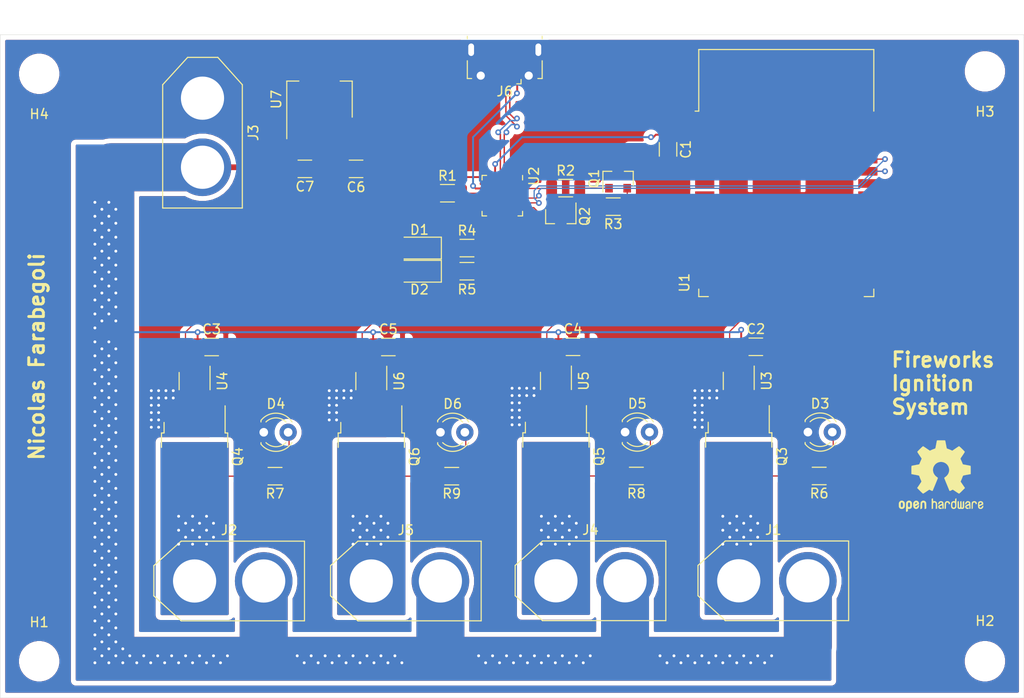
<source format=kicad_pcb>
(kicad_pcb (version 20171130) (host pcbnew 5.1.9)
  (title_block (rev 1))
  (layers (0 Front signal) (1 In1.Cu signal) (2 In2.Cu signal) (31 Back signal) (34 B.Paste user) (35 F.Paste user) (36 B.SilkS user) (37 F.SilkS user) (38 B.Mask user) (39 F.Mask user) (44 Edge.Cuts user))
  (net 0 "")
  (net 1 GND)
  (net 2 +3V3)
  (net 3 +12V)
  (net 4 "Net-(D1-Pad1)")
  (net 5 "Net-(D2-Pad1)")
  (net 6 "Net-(D3-Pad2)")
  (net 7 "Net-(D4-Pad2)")
  (net 8 "Net-(D5-Pad2)")
  (net 9 "Net-(D6-Pad2)")
  (net 10 "Net-(J2-Pad1)")
  (net 11 "Net-(J4-Pad1)")
  (net 12 "Net-(J5-Pad1)")
  (net 13 /D-)
  (net 14 /D+)
  (net 15 RTS)
  (net 16 EN)
  (net 17 DTR)
  (net 18 IO0)
  (net 19 "Net-(Q3-Pad1)")
  (net 20 "Net-(Q4-Pad1)")
  (net 21 "Net-(Q5-Pad1)")
  (net 22 "Net-(Q6-Pad1)")
  (net 23 "Net-(R4-Pad2)")
  (net 24 "Net-(R5-Pad2)")
  (net 25 RXD)
  (net 26 TXD)
  (net 27 "Net-(Q1-Pad1)")
  (net 28 "Net-(Q2-Pad1)")
  (net 29 "Net-(J1-Pad1)")
  (net 30 /sheet6001EF59/IN)
  (net 31 /sheet6001CF70/IN)
  (net 32 /sheet6001A943/IN)
  (net 33 /Sheet6000A06C/IN)
  (net 34 "Net-(J6-Pad1)")
  (net 35 "Net-(R1-Pad2)")
  (module Capacitor_SMD:C_1206_3216Metric (layer Front) (at 46.99 -47.498 180)
    (fp_text reference C7 (at 0 -1.85) (layer F.SilkS))
    (fp_text value 100nF)
    (pad 2 smd roundrect (at 1.475 0 180) (size 1.15 1.8) (layers Front F.Paste F.Mask) (roundrect_rratio 0.2173904347826087) (net 1 GND))
    (pad 1 smd roundrect (at -1.475 0 180) (size 1.15 1.8) (layers Front F.Paste F.Mask) (roundrect_rratio 0.2173904347826087) (net 2 +3V3))
  )
  (module Capacitor_SMD:C_1206_3216Metric (layer Front) (at 52.324 -47.498)
    (fp_text reference C6 (at 0 1.905) (layer F.SilkS))
    (fp_text value 100nF)
    (pad 2 smd roundrect (at 1.475 0) (size 1.15 1.8) (layers Front F.Paste F.Mask) (roundrect_rratio 0.2173904347826087) (net 1 GND))
    (pad 1 smd roundrect (at -1.475 0) (size 1.15 1.8) (layers Front F.Paste F.Mask) (roundrect_rratio 0.2173904347826087) (net 3 +12V))
  )
  (module Capacitor_SMD:C_1206_3216Metric (layer Front) (at 84.836 -49.53 270)
    (fp_text reference C1 (at 0 -1.85 90) (layer F.SilkS))
    (fp_text value 100nF)
    (pad 2 smd roundrect (at 1.475 0 270) (size 1.15 1.8) (layers Front F.Paste F.Mask) (roundrect_rratio 0.2173904347826087) (net 1 GND))
    (pad 1 smd roundrect (at -1.475 0 270) (size 1.15 1.8) (layers Front F.Paste F.Mask) (roundrect_rratio 0.2173904347826087) (net 2 +3V3))
  )
  (module Package_DFN_QFN:QFN-24-1EP_4x4mm_P0.5mm_EP2.6x2.6mm (layer Front) (at 67.564 -44.704 270)
    (fp_text reference U2 (at -2.032 -3.302 90) (layer F.SilkS))
    (fp_text value CP2104)
    (pad 25 smd rect (at 0 0 270) (size 2.6 2.6) (layers Front F.Mask) (net 1 GND))
    (pad 24 smd roundrect (at -1.25 -1.9375 270) (size 0.25 0.825) (layers Front F.Paste F.Mask))
    (pad 23 smd roundrect (at -0.75 -1.9375 270) (size 0.25 0.825) (layers Front F.Paste F.Mask) (net 17 DTR))
    (pad 22 smd roundrect (at -0.25 -1.9375 270) (size 0.25 0.825) (layers Front F.Paste F.Mask))
    (pad 21 smd roundrect (at 0.25 -1.9375 270) (size 0.25 0.825) (layers Front F.Paste F.Mask) (net 26 TXD))
    (pad 20 smd roundrect (at 0.75 -1.9375 270) (size 0.25 0.825) (layers Front F.Paste F.Mask) (net 25 RXD))
    (pad 19 smd roundrect (at 1.25 -1.9375 270) (size 0.25 0.825) (layers Front F.Paste F.Mask) (net 15 RTS))
    (pad 18 smd roundrect (at 1.9375 -1.25 270) (size 0.825 0.25) (layers Front F.Paste F.Mask))
    (pad 17 smd roundrect (at 1.9375 -0.75 270) (size 0.825 0.25) (layers Front F.Paste F.Mask))
    (pad 16 smd roundrect (at 1.9375 -0.25 270) (size 0.825 0.25) (layers Front F.Paste F.Mask))
    (pad 15 smd roundrect (at 1.9375 0.25 270) (size 0.825 0.25) (layers Front F.Paste F.Mask))
    (pad 14 smd roundrect (at 1.9375 0.75 270) (size 0.825 0.25) (layers Front F.Paste F.Mask) (net 24 "Net-(R5-Pad2)"))
    (pad 13 smd roundrect (at 1.9375 1.25 270) (size 0.825 0.25) (layers Front F.Paste F.Mask) (net 23 "Net-(R4-Pad2)"))
    (pad 12 smd roundrect (at 1.25 1.9375 270) (size 0.25 0.825) (layers Front F.Paste F.Mask))
    (pad 11 smd roundrect (at 0.75 1.9375 270) (size 0.25 0.825) (layers Front F.Paste F.Mask))
    (pad 10 smd roundrect (at 0.25 1.9375 270) (size 0.25 0.825) (layers Front F.Paste F.Mask))
    (pad 9 smd roundrect (at -0.25 1.9375 270) (size 0.25 0.825) (layers Front F.Paste F.Mask) (net 35 "Net-(R1-Pad2)"))
    (pad 8 smd roundrect (at -0.75 1.9375 270) (size 0.25 0.825) (layers Front F.Paste F.Mask) (net 34 "Net-(J6-Pad1)"))
    (pad 7 smd roundrect (at -1.25 1.9375 270) (size 0.25 0.825) (layers Front F.Paste F.Mask) (net 2 +3V3))
    (pad 6 smd roundrect (at -1.9375 1.25 270) (size 0.825 0.25) (layers Front F.Paste F.Mask) (net 2 +3V3))
    (pad 5 smd roundrect (at -1.9375 0.75 270) (size 0.825 0.25) (layers Front F.Paste F.Mask) (net 2 +3V3))
    (pad 4 smd roundrect (at -1.9375 0.25 270) (size 0.825 0.25) (layers Front F.Paste F.Mask) (net 13 /D-))
    (pad 3 smd roundrect (at -1.9375 -0.25 270) (size 0.825 0.25) (layers Front F.Paste F.Mask) (net 14 /D+))
    (pad 2 smd roundrect (at -1.9375 -0.75 270) (size 0.825 0.25) (layers Front F.Paste F.Mask) (net 1 GND))
    (pad 1 smd roundrect (at -1.9375 -1.25 270) (size 0.825 0.25) (layers Front F.Paste F.Mask))
  )
  (module Connector_USB:USB_Micro-B_Molex-105017-0001 (layer Front) (at 67.818 -58.674 180)
    (fp_text reference J6 (at 0 -3.1125) (layer F.SilkS))
    (fp_text value USB_B_Micro)
    (pad 6 smd rect (at -2.9 1.2375 180) (size 1.2 1.9) (layers Front F.Mask) (net 1 GND))
    (pad 6 smd rect (at 2.9 1.2375 180) (size 1.2 1.9) (layers Front F.Mask) (net 1 GND))
    (pad 6 thru_hole oval (at 3.5 1.2375 180) (size 1.2 1.9) (drill oval 0.6 1.3) (layers *.Cu *.Mask) (net 1 GND))
    (pad 6 thru_hole oval (at -3.5 1.2375) (size 1.2 1.9) (drill oval 0.6 1.3) (layers *.Cu *.Mask) (net 1 GND))
    (pad 6 smd rect (at -1 1.2375 180) (size 1.5 1.9) (layers Front F.Paste F.Mask) (net 1 GND))
    (pad 6 thru_hole circle (at 2.5 -1.4625 180) (size 1.45 1.45) (drill 0.85) (layers *.Cu *.Mask) (net 1 GND))
    (pad 3 smd rect (at 0 -1.4625 180) (size 0.4 1.35) (layers Front F.Paste F.Mask) (net 14 /D+))
    (pad 4 smd rect (at 0.65 -1.4625 180) (size 0.4 1.35) (layers Front F.Paste F.Mask))
    (pad 5 smd rect (at 1.3 -1.4625 180) (size 0.4 1.35) (layers Front F.Paste F.Mask) (net 1 GND))
    (pad 1 smd rect (at -1.3 -1.4625 180) (size 0.4 1.35) (layers Front F.Paste F.Mask) (net 34 "Net-(J6-Pad1)"))
    (pad 2 smd rect (at -0.65 -1.4625 180) (size 0.4 1.35) (layers Front F.Paste F.Mask) (net 13 /D-))
    (pad 6 thru_hole circle (at -2.5 -1.4625 180) (size 1.45 1.45) (drill 0.85) (layers *.Cu *.Mask) (net 1 GND))
    (pad 6 smd rect (at 1 1.2375 180) (size 1.5 1.9) (layers Front F.Paste F.Mask) (net 1 GND))
  )
  (module Symbol:OSHW-Logo2_9.8x8mm_SilkScreen (layer Front) (at 113.284 -15.494)
    (fp_text reference REF** hide)
    (fp_text value OSHW-Logo2_9.8x8mm_SilkScreen hide)
  )
  (module Package_TO_SOT_SMD:SOT-23-5 (layer Front) (at 53.912 -25.3796 270)
    (fp_text reference U6 (at 0 -2.9 90) (layer F.SilkS))
    (fp_text value MCP1416)
    (pad 5 smd rect (at 1.1 -0.95 270) (size 1.06 0.65) (layers Front F.Paste F.Mask) (net 22 "Net-(Q6-Pad1)"))
    (pad 4 smd rect (at 1.1 0.95 270) (size 1.06 0.65) (layers Front F.Paste F.Mask) (net 1 GND))
    (pad 3 smd rect (at -1.1 0.95 270) (size 1.06 0.65) (layers Front F.Paste F.Mask) (net 30 /sheet6001EF59/IN))
    (pad 2 smd rect (at -1.1 0 270) (size 1.06 0.65) (layers Front F.Paste F.Mask) (net 3 +12V))
    (pad 1 smd rect (at -1.1 -0.95 270) (size 1.06 0.65) (layers Front F.Paste F.Mask))
  )
  (module Package_TO_SOT_SMD:SOT-23-5 (layer Front) (at 73.152 -25.4 270)
    (fp_text reference U5 (at 0 -2.9 90) (layer F.SilkS))
    (fp_text value MCP1416)
    (pad 5 smd rect (at 1.1 -0.95 270) (size 1.06 0.65) (layers Front F.Paste F.Mask) (net 21 "Net-(Q5-Pad1)"))
    (pad 4 smd rect (at 1.1 0.95 270) (size 1.06 0.65) (layers Front F.Paste F.Mask) (net 1 GND))
    (pad 3 smd rect (at -1.1 0.95 270) (size 1.06 0.65) (layers Front F.Paste F.Mask) (net 31 /sheet6001CF70/IN))
    (pad 2 smd rect (at -1.1 0 270) (size 1.06 0.65) (layers Front F.Paste F.Mask) (net 3 +12V))
    (pad 1 smd rect (at -1.1 -0.95 270) (size 1.06 0.65) (layers Front F.Paste F.Mask))
  )
  (module Package_TO_SOT_SMD:SOT-23-5 (layer Front) (at 35.4984 -25.3796 270)
    (fp_text reference U4 (at 0 -2.9 90) (layer F.SilkS))
    (fp_text value MCP1416)
    (pad 5 smd rect (at 1.1 -0.95 270) (size 1.06 0.65) (layers Front F.Paste F.Mask) (net 20 "Net-(Q4-Pad1)"))
    (pad 4 smd rect (at 1.1 0.95 270) (size 1.06 0.65) (layers Front F.Paste F.Mask) (net 1 GND))
    (pad 3 smd rect (at -1.1 0.95 270) (size 1.06 0.65) (layers Front F.Paste F.Mask) (net 32 /sheet6001A943/IN))
    (pad 2 smd rect (at -1.1 0 270) (size 1.06 0.65) (layers Front F.Paste F.Mask) (net 3 +12V))
    (pad 1 smd rect (at -1.1 -0.95 270) (size 1.06 0.65) (layers Front F.Paste F.Mask))
  )
  (module Package_TO_SOT_SMD:SOT-23-5 (layer Front) (at 92.202 -25.4 270)
    (fp_text reference U3 (at 0 -2.9 90) (layer F.SilkS))
    (fp_text value MCP1416)
    (pad 5 smd rect (at 1.1 -0.95 270) (size 1.06 0.65) (layers Front F.Paste F.Mask) (net 19 "Net-(Q3-Pad1)"))
    (pad 4 smd rect (at 1.1 0.95 270) (size 1.06 0.65) (layers Front F.Paste F.Mask) (net 1 GND))
    (pad 3 smd rect (at -1.1 0.95 270) (size 1.06 0.65) (layers Front F.Paste F.Mask) (net 33 /Sheet6000A06C/IN))
    (pad 2 smd rect (at -1.1 0 270) (size 1.06 0.65) (layers Front F.Paste F.Mask) (net 3 +12V))
    (pad 1 smd rect (at -1.1 -0.95 270) (size 1.06 0.65) (layers Front F.Paste F.Mask))
  )
  (module Resistor_SMD:R_1206_3216Metric (layer Front) (at 62.294 -15.4736 180)
    (fp_text reference R9 (at 0 -1.82) (layer F.SilkS))
    (fp_text value 1K)
    (pad 2 smd roundrect (at 1.4625 0 180) (size 1.125 1.75) (layers Front F.Paste F.Mask) (roundrect_rratio 0.2222213333333333) (net 12 "Net-(J5-Pad1)"))
    (pad 1 smd roundrect (at -1.4625 0 180) (size 1.125 1.75) (layers Front F.Paste F.Mask) (roundrect_rratio 0.2222213333333333) (net 9 "Net-(D6-Pad2)"))
  )
  (module Resistor_SMD:R_1206_3216Metric (layer Front) (at 81.534 -15.494 180)
    (fp_text reference R8 (at 0 -1.82) (layer F.SilkS))
    (fp_text value 1K)
    (pad 2 smd roundrect (at 1.4625 0 180) (size 1.125 1.75) (layers Front F.Paste F.Mask) (roundrect_rratio 0.2222213333333333) (net 11 "Net-(J4-Pad1)"))
    (pad 1 smd roundrect (at -1.4625 0 180) (size 1.125 1.75) (layers Front F.Paste F.Mask) (roundrect_rratio 0.2222213333333333) (net 8 "Net-(D5-Pad2)"))
  )
  (module Resistor_SMD:R_1206_3216Metric (layer Front) (at 43.8804 -15.4736 180)
    (fp_text reference R7 (at 0 -1.82) (layer F.SilkS))
    (fp_text value 1K)
    (pad 2 smd roundrect (at 1.4625 0 180) (size 1.125 1.75) (layers Front F.Paste F.Mask) (roundrect_rratio 0.2222213333333333) (net 10 "Net-(J2-Pad1)"))
    (pad 1 smd roundrect (at -1.4625 0 180) (size 1.125 1.75) (layers Front F.Paste F.Mask) (roundrect_rratio 0.2222213333333333) (net 7 "Net-(D4-Pad2)"))
  )
  (module Resistor_SMD:R_1206_3216Metric (layer Front) (at 100.584 -15.494 180)
    (fp_text reference R6 (at 0 -1.82) (layer F.SilkS))
    (fp_text value 1K)
    (pad 2 smd roundrect (at 1.4625 0 180) (size 1.125 1.75) (layers Front F.Paste F.Mask) (roundrect_rratio 0.2222213333333333) (net 29 "Net-(J1-Pad1)"))
    (pad 1 smd roundrect (at -1.4625 0 180) (size 1.125 1.75) (layers Front F.Paste F.Mask) (roundrect_rratio 0.2222213333333333) (net 6 "Net-(D3-Pad2)"))
  )
  (module Package_TO_SOT_SMD:TO-252-2 (layer Front) (at 53.912 -17.5056 270)
    (fp_text reference Q6 (at 0 -4.5 90) (layer F.SilkS))
    (fp_text value STD7NK40Z)
    (pad 2 smd rect (at 2.1 0 270) (size 6.4 5.8) (layers Front F.Mask) (net 12 "Net-(J5-Pad1)"))
    (pad 3 smd rect (at -4.2 2.28 270) (size 2.2 1.2) (layers Front F.Paste F.Mask) (net 1 GND))
    (pad 1 smd rect (at -4.2 -2.28 270) (size 2.2 1.2) (layers Front F.Paste F.Mask) (net 22 "Net-(Q6-Pad1)"))
  )
  (module Package_TO_SOT_SMD:TO-252-2 (layer Front) (at 73.152 -17.526 270)
    (fp_text reference Q5 (at 0 -4.5 90) (layer F.SilkS))
    (fp_text value STD7NK40Z)
    (pad 2 smd rect (at 2.1 0 270) (size 6.4 5.8) (layers Front F.Mask) (net 11 "Net-(J4-Pad1)"))
    (pad 3 smd rect (at -4.2 2.28 270) (size 2.2 1.2) (layers Front F.Paste F.Mask) (net 1 GND))
    (pad 1 smd rect (at -4.2 -2.28 270) (size 2.2 1.2) (layers Front F.Paste F.Mask) (net 21 "Net-(Q5-Pad1)"))
  )
  (module Package_TO_SOT_SMD:TO-252-2 (layer Front) (at 35.4984 -17.5056 270)
    (fp_text reference Q4 (at 0 -4.5 90) (layer F.SilkS))
    (fp_text value STD7NK40Z)
    (pad 2 smd rect (at 2.1 0 270) (size 6.4 5.8) (layers Front F.Mask) (net 10 "Net-(J2-Pad1)"))
    (pad 3 smd rect (at -4.2 2.28 270) (size 2.2 1.2) (layers Front F.Paste F.Mask) (net 1 GND))
    (pad 1 smd rect (at -4.2 -2.28 270) (size 2.2 1.2) (layers Front F.Paste F.Mask) (net 20 "Net-(Q4-Pad1)"))
  )
  (module Package_TO_SOT_SMD:TO-252-2 (layer Front) (at 92.202 -17.526 270)
    (fp_text reference Q3 (at 0 -4.5 90) (layer F.SilkS))
    (fp_text value STD7NK40Z)
    (pad 2 smd rect (at 2.1 0 270) (size 6.4 5.8) (layers Front F.Mask) (net 29 "Net-(J1-Pad1)"))
    (pad 3 smd rect (at -4.2 2.28 270) (size 2.2 1.2) (layers Front F.Paste F.Mask) (net 1 GND))
    (pad 1 smd rect (at -4.2 -2.28 270) (size 2.2 1.2) (layers Front F.Paste F.Mask) (net 19 "Net-(Q3-Pad1)"))
  )
  (module Connector_AMASS:AMASS_XT60-M_1x02_P7.20mm_Vertical (layer Front) (at 53.912 -4.5516)
    (fp_text reference J5 (at 3.6 -5.3 180) (layer F.SilkS))
    (fp_text value XT60)
    (pad 1 thru_hole roundrect (at 0 0) (size 6 6) (drill 4.5) (layers *.Cu *.Mask) (net 12 "Net-(J5-Pad1)"))
    (pad 2 thru_hole circle (at 7.2 0) (size 6 6) (drill 4.5) (layers *.Cu *.Mask) (net 3 +12V))
  )
  (module Connector_AMASS:AMASS_XT60-M_1x02_P7.20mm_Vertical (layer Front) (at 73.152 -4.572)
    (fp_text reference J4 (at 3.6 -5.3 180) (layer F.SilkS))
    (fp_text value XT60)
    (pad 1 thru_hole roundrect (at 0 0) (size 6 6) (drill 4.5) (layers *.Cu *.Mask) (net 11 "Net-(J4-Pad1)"))
    (pad 2 thru_hole circle (at 7.2 0) (size 6 6) (drill 4.5) (layers *.Cu *.Mask) (net 3 +12V))
  )
  (module Connector_AMASS:AMASS_XT60-M_1x02_P7.20mm_Vertical (layer Front) (at 35.4984 -4.5516)
    (fp_text reference J2 (at 3.6 -5.3 180) (layer F.SilkS))
    (fp_text value XT60)
    (pad 1 thru_hole roundrect (at 0 0) (size 6 6) (drill 4.5) (layers *.Cu *.Mask) (net 10 "Net-(J2-Pad1)"))
    (pad 2 thru_hole circle (at 7.2 0) (size 6 6) (drill 4.5) (layers *.Cu *.Mask) (net 3 +12V))
  )
  (module Connector_AMASS:AMASS_XT60-M_1x02_P7.20mm_Vertical (layer Front) (at 92.202 -4.572)
    (fp_text reference J1 (at 3.6 -5.3 180) (layer F.SilkS))
    (fp_text value XT60)
    (pad 1 thru_hole roundrect (at 0 0) (size 6 6) (drill 4.5) (layers *.Cu *.Mask) (net 29 "Net-(J1-Pad1)"))
    (pad 2 thru_hole circle (at 7.2 0) (size 6 6) (drill 4.5) (layers *.Cu *.Mask) (net 3 +12V))
  )
  (module LED_THT:LED_D3.0mm (layer Front) (at 61.12 -20.0476)
    (fp_text reference D6 (at 1.27 -2.96) (layer F.SilkS))
    (fp_text value LED)
    (pad 2 thru_hole circle (at 2.54 0) (size 1.8 1.8) (drill 0.9) (layers *.Cu *.Mask) (net 9 "Net-(D6-Pad2)"))
    (pad 1 thru_hole rect (at 0 0) (size 1.8 1.8) (drill 0.9) (layers *.Cu *.Mask) (net 1 GND))
  )
  (module LED_THT:LED_D3.0mm (layer Front) (at 80.36 -20.068)
    (fp_text reference D5 (at 1.27 -2.96) (layer F.SilkS))
    (fp_text value LED)
    (pad 2 thru_hole circle (at 2.54 0) (size 1.8 1.8) (drill 0.9) (layers *.Cu *.Mask) (net 8 "Net-(D5-Pad2)"))
    (pad 1 thru_hole rect (at 0 0) (size 1.8 1.8) (drill 0.9) (layers *.Cu *.Mask) (net 1 GND))
  )
  (module LED_THT:LED_D3.0mm (layer Front) (at 42.7064 -20.0476)
    (fp_text reference D4 (at 1.27 -2.96) (layer F.SilkS))
    (fp_text value LED)
    (pad 2 thru_hole circle (at 2.54 0) (size 1.8 1.8) (drill 0.9) (layers *.Cu *.Mask) (net 7 "Net-(D4-Pad2)"))
    (pad 1 thru_hole rect (at 0 0) (size 1.8 1.8) (drill 0.9) (layers *.Cu *.Mask) (net 1 GND))
  )
  (module LED_THT:LED_D3.0mm (layer Front) (at 99.41 -20.068)
    (fp_text reference D3 (at 1.27 -2.96) (layer F.SilkS))
    (fp_text value LED)
    (pad 2 thru_hole circle (at 2.54 0) (size 1.8 1.8) (drill 0.9) (layers *.Cu *.Mask) (net 6 "Net-(D3-Pad2)"))
    (pad 1 thru_hole rect (at 0 0) (size 1.8 1.8) (drill 0.9) (layers *.Cu *.Mask) (net 1 GND))
  )
  (module Capacitor_SMD:C_1206_3216Metric (layer Front) (at 55.69 -28.9356)
    (fp_text reference C5 (at 0 -1.85) (layer F.SilkS))
    (fp_text value 100nF)
    (pad 2 smd roundrect (at 1.475 0) (size 1.15 1.8) (layers Front F.Paste F.Mask) (roundrect_rratio 0.2173904347826087) (net 1 GND))
    (pad 1 smd roundrect (at -1.475 0) (size 1.15 1.8) (layers Front F.Paste F.Mask) (roundrect_rratio 0.2173904347826087) (net 3 +12V))
  )
  (module Capacitor_SMD:C_1206_3216Metric (layer Front) (at 74.93 -28.956)
    (fp_text reference C4 (at 0 -1.85) (layer F.SilkS))
    (fp_text value 100nF)
    (pad 2 smd roundrect (at 1.475 0) (size 1.15 1.8) (layers Front F.Paste F.Mask) (roundrect_rratio 0.2173904347826087) (net 1 GND))
    (pad 1 smd roundrect (at -1.475 0) (size 1.15 1.8) (layers Front F.Paste F.Mask) (roundrect_rratio 0.2173904347826087) (net 3 +12V))
  )
  (module Capacitor_SMD:C_1206_3216Metric (layer Front) (at 37.2764 -28.9356)
    (fp_text reference C3 (at 0 -1.85) (layer F.SilkS))
    (fp_text value 100nF)
    (pad 2 smd roundrect (at 1.475 0) (size 1.15 1.8) (layers Front F.Paste F.Mask) (roundrect_rratio 0.2173904347826087) (net 1 GND))
    (pad 1 smd roundrect (at -1.475 0) (size 1.15 1.8) (layers Front F.Paste F.Mask) (roundrect_rratio 0.2173904347826087) (net 3 +12V))
  )
  (module Capacitor_SMD:C_1206_3216Metric (layer Front) (at 93.98 -28.956)
    (fp_text reference C2 (at 0 -1.85) (layer F.SilkS))
    (fp_text value 100nF)
    (pad 2 smd roundrect (at 1.475 0) (size 1.15 1.8) (layers Front F.Paste F.Mask) (roundrect_rratio 0.2173904347826087) (net 1 GND))
    (pad 1 smd roundrect (at -1.475 0) (size 1.15 1.8) (layers Front F.Paste F.Mask) (roundrect_rratio 0.2173904347826087) (net 3 +12V))
  )
  (module MountingHole:MountingHole_3.2mm_M3 (layer Front) (at 19.304 -57.404 180)
    (fp_text reference H4 (at 0 -4.2) (layer F.SilkS))
    (fp_text value MountingHole)
    (pad 1 np_thru_hole circle (at 0 0 180) (size 3.2 3.2) (drill 3.2) (layers *.Cu *.Mask))
  )
  (module Resistor_SMD:R_1206_3216Metric (layer Front) (at 61.849 -44.958)
    (fp_text reference R1 (at 0 -1.82) (layer F.SilkS))
    (fp_text value 1K)
    (pad 2 smd roundrect (at 1.4625 0) (size 1.125 1.75) (layers Front F.Paste F.Mask) (roundrect_rratio 0.2222204444444444) (net 35 "Net-(R1-Pad2)"))
    (pad 1 smd roundrect (at -1.4625 0) (size 1.125 1.75) (layers Front F.Paste F.Mask) (roundrect_rratio 0.2222204444444444) (net 2 +3V3))
  )
  (module Resistor_SMD:R_1206_3216Metric (layer Front) (at 63.881 -36.83)
    (fp_text reference R5 (at 0 1.905) (layer F.SilkS))
    (fp_text value 1K)
    (pad 2 smd roundrect (at 1.4625 0) (size 1.125 1.75) (layers Front F.Paste F.Mask) (roundrect_rratio 0.2222204444444444) (net 24 "Net-(R5-Pad2)"))
    (pad 1 smd roundrect (at -1.4625 0) (size 1.125 1.75) (layers Front F.Paste F.Mask) (roundrect_rratio 0.2222204444444444) (net 5 "Net-(D2-Pad1)"))
  )
  (module LED_SMD:LED_1206_3216Metric (layer Front) (at 58.928 -39.243 180)
    (fp_text reference D1 (at 0 1.905) (layer F.SilkS))
    (fp_text value LED)
    (pad 2 smd roundrect (at 1.4 0 180) (size 1.25 1.75) (layers Front F.Paste F.Mask) (roundrect_rratio 0.2) (net 2 +3V3))
    (pad 1 smd roundrect (at -1.4 0 180) (size 1.25 1.75) (layers Front F.Paste F.Mask) (roundrect_rratio 0.2) (net 4 "Net-(D1-Pad1)"))
  )
  (module LED_SMD:LED_1206_3216Metric (layer Front) (at 58.928 -36.83 180)
    (fp_text reference D2 (at 0 -1.905) (layer F.SilkS))
    (fp_text value LED)
    (pad 2 smd roundrect (at 1.4 0 180) (size 1.25 1.75) (layers Front F.Paste F.Mask) (roundrect_rratio 0.2) (net 2 +3V3))
    (pad 1 smd roundrect (at -1.4 0 180) (size 1.25 1.75) (layers Front F.Paste F.Mask) (roundrect_rratio 0.2) (net 5 "Net-(D2-Pad1)"))
  )
  (module Resistor_SMD:R_1206_3216Metric (layer Front) (at 74.168 -45.4914)
    (fp_text reference R2 (at 0 -1.82) (layer F.SilkS))
    (fp_text value 10K)
    (pad 2 smd roundrect (at 1.4625 0) (size 1.125 1.75) (layers Front F.Paste F.Mask) (roundrect_rratio 0.2222204444444444) (net 27 "Net-(Q1-Pad1)"))
    (pad 1 smd roundrect (at -1.4625 0) (size 1.125 1.75) (layers Front F.Paste F.Mask) (roundrect_rratio 0.2222204444444444) (net 17 DTR))
  )
  (module Resistor_SMD:R_1206_3216Metric (layer Front) (at 79.121 -43.561 180)
    (fp_text reference R3 (at 0 -1.82) (layer F.SilkS))
    (fp_text value 10K)
    (pad 2 smd roundrect (at 1.4625 0 180) (size 1.125 1.75) (layers Front F.Paste F.Mask) (roundrect_rratio 0.2222204444444444) (net 28 "Net-(Q2-Pad1)"))
    (pad 1 smd roundrect (at -1.4625 0 180) (size 1.125 1.75) (layers Front F.Paste F.Mask) (roundrect_rratio 0.2222204444444444) (net 15 RTS))
  )
  (module Resistor_SMD:R_1206_3216Metric (layer Front) (at 63.881 -39.243)
    (fp_text reference R4 (at 0 -1.82) (layer F.SilkS))
    (fp_text value 1K)
    (pad 2 smd roundrect (at 1.4625 0) (size 1.125 1.75) (layers Front F.Paste F.Mask) (roundrect_rratio 0.2222204444444444) (net 23 "Net-(R4-Pad2)"))
    (pad 1 smd roundrect (at -1.4625 0) (size 1.125 1.75) (layers Front F.Paste F.Mask) (roundrect_rratio 0.2222204444444444) (net 4 "Net-(D1-Pad1)"))
  )
  (module Package_TO_SOT_SMD:SOT-23 (layer Front) (at 79.629 -46.482 90)
    (fp_text reference Q1 (at 0 -2.5 90) (layer F.SilkS))
    (fp_text value BC847)
    (pad 3 smd rect (at 1 0 90) (size 0.9 0.8) (layers Front F.Paste F.Mask) (net 16 EN))
    (pad 2 smd rect (at -1 0.95 90) (size 0.9 0.8) (layers Front F.Paste F.Mask) (net 15 RTS))
    (pad 1 smd rect (at -1 -0.95 90) (size 0.9 0.8) (layers Front F.Paste F.Mask) (net 27 "Net-(Q1-Pad1)"))
  )
  (module Package_TO_SOT_SMD:SOT-23 (layer Front) (at 73.66 -42.545 270)
    (fp_text reference Q2 (at 0 -2.5 90) (layer F.SilkS))
    (fp_text value BC847)
    (pad 3 smd rect (at 1 0 270) (size 0.9 0.8) (layers Front F.Paste F.Mask) (net 18 IO0))
    (pad 2 smd rect (at -1 0.95 270) (size 0.9 0.8) (layers Front F.Paste F.Mask) (net 17 DTR))
    (pad 1 smd rect (at -1 -0.95 270) (size 0.9 0.8) (layers Front F.Paste F.Mask) (net 28 "Net-(Q2-Pad1)"))
  )
  (module RF_Module:ESP32-WROOM-32 (layer Front) (at 97.155 -44.069)
    (fp_text reference U1 (at -10.61 8.43 90) (layer F.SilkS))
    (fp_text value ESP32-WROOM-32)
    (pad 38 smd rect (at 8.5 -8.255) (size 2 0.9) (layers Front F.Paste F.Mask) (net 1 GND))
    (pad 37 smd rect (at 8.5 -6.985) (size 2 0.9) (layers Front F.Paste F.Mask))
    (pad 36 smd rect (at 8.5 -5.715) (size 2 0.9) (layers Front F.Paste F.Mask))
    (pad 35 smd rect (at 8.5 -4.445) (size 2 0.9) (layers Front F.Paste F.Mask) (net 25 RXD))
    (pad 34 smd rect (at 8.5 -3.175) (size 2 0.9) (layers Front F.Paste F.Mask) (net 26 TXD))
    (pad 33 smd rect (at 8.5 -1.905) (size 2 0.9) (layers Front F.Paste F.Mask))
    (pad 32 smd rect (at 8.5 -0.635) (size 2 0.9) (layers Front F.Paste F.Mask))
    (pad 31 smd rect (at 8.5 0.635) (size 2 0.9) (layers Front F.Paste F.Mask) (net 33 /Sheet6000A06C/IN))
    (pad 30 smd rect (at 8.5 1.905) (size 2 0.9) (layers Front F.Paste F.Mask) (net 31 /sheet6001CF70/IN))
    (pad 29 smd rect (at 8.5 3.175) (size 2 0.9) (layers Front F.Paste F.Mask))
    (pad 28 smd rect (at 8.5 4.445) (size 2 0.9) (layers Front F.Paste F.Mask) (net 30 /sheet6001EF59/IN))
    (pad 27 smd rect (at 8.5 5.715) (size 2 0.9) (layers Front F.Paste F.Mask) (net 32 /sheet6001A943/IN))
    (pad 26 smd rect (at 8.5 6.985) (size 2 0.9) (layers Front F.Paste F.Mask))
    (pad 25 smd rect (at 8.5 8.255) (size 2 0.9) (layers Front F.Paste F.Mask) (net 18 IO0))
    (pad 24 smd rect (at 5.715 9.255 90) (size 2 0.9) (layers Front F.Paste F.Mask))
    (pad 23 smd rect (at 4.445 9.255 90) (size 2 0.9) (layers Front F.Paste F.Mask))
    (pad 22 smd rect (at 3.175 9.255 90) (size 2 0.9) (layers Front F.Paste F.Mask))
    (pad 21 smd rect (at 1.905 9.255 90) (size 2 0.9) (layers Front F.Paste F.Mask))
    (pad 20 smd rect (at 0.635 9.255 90) (size 2 0.9) (layers Front F.Paste F.Mask))
    (pad 19 smd rect (at -0.635 9.255 90) (size 2 0.9) (layers Front F.Paste F.Mask))
    (pad 18 smd rect (at -1.905 9.255 90) (size 2 0.9) (layers Front F.Paste F.Mask))
    (pad 17 smd rect (at -3.175 9.255 90) (size 2 0.9) (layers Front F.Paste F.Mask))
    (pad 16 smd rect (at -4.445 9.255 90) (size 2 0.9) (layers Front F.Paste F.Mask))
    (pad 15 smd rect (at -5.715 9.255 90) (size 2 0.9) (layers Front F.Paste F.Mask) (net 1 GND))
    (pad 14 smd rect (at -8.5 8.255) (size 2 0.9) (layers Front F.Paste F.Mask))
    (pad 13 smd rect (at -8.5 6.985) (size 2 0.9) (layers Front F.Paste F.Mask))
    (pad 12 smd rect (at -8.5 5.715) (size 2 0.9) (layers Front F.Paste F.Mask))
    (pad 11 smd rect (at -8.5 4.445) (size 2 0.9) (layers Front F.Paste F.Mask))
    (pad 10 smd rect (at -8.5 3.175) (size 2 0.9) (layers Front F.Paste F.Mask))
    (pad 9 smd rect (at -8.5 1.905) (size 2 0.9) (layers Front F.Paste F.Mask))
    (pad 8 smd rect (at -8.5 0.635) (size 2 0.9) (layers Front F.Paste F.Mask))
    (pad 7 smd rect (at -8.5 -0.635) (size 2 0.9) (layers Front F.Paste F.Mask))
    (pad 6 smd rect (at -8.5 -1.905) (size 2 0.9) (layers Front F.Paste F.Mask))
    (pad 5 smd rect (at -8.5 -3.175) (size 2 0.9) (layers Front F.Paste F.Mask))
    (pad 4 smd rect (at -8.5 -4.445) (size 2 0.9) (layers Front F.Paste F.Mask))
    (pad 3 smd rect (at -8.5 -5.715) (size 2 0.9) (layers Front F.Paste F.Mask) (net 16 EN))
    (pad 2 smd rect (at -8.5 -6.985) (size 2 0.9) (layers Front F.Paste F.Mask) (net 2 +3V3))
    (pad 1 smd rect (at -8.5 -8.255) (size 2 0.9) (layers Front F.Paste F.Mask) (net 1 GND))
    (pad 39 smd rect (at -1 -0.755) (size 5 5) (layers Front F.Paste F.Mask) (net 1 GND))
  )
  (module MountingHole:MountingHole_3.2mm_M3 (layer Front) (at 117.856 -57.658 180)
    (fp_text reference H3 (at 0 -4.2) (layer F.SilkS))
    (fp_text value MountingHole)
    (pad 1 np_thru_hole circle (at 0 0 180) (size 3.2 3.2) (drill 3.2) (layers *.Cu *.Mask))
  )
  (module MountingHole:MountingHole_3.2mm_M3 (layer Front) (at 117.856 3.81)
    (fp_text reference H2 (at 0 -4.2) (layer F.SilkS))
    (fp_text value MountingHole)
    (pad 1 np_thru_hole circle (at 0 0) (size 3.2 3.2) (drill 3.2) (layers *.Cu *.Mask))
  )
  (module MountingHole:MountingHole_3.2mm_M3 (layer Front) (at 19.304 3.81 90)
    (fp_text reference H1 (at 4.064 0 180) (layer F.SilkS))
    (fp_text value MountingHole)
    (pad 1 np_thru_hole circle (at 0 0 90) (size 3.2 3.2) (drill 3.2) (layers *.Cu *.Mask))
  )
  (module Package_TO_SOT_SMD:SOT-223-3_TabPin2 (layer Front) (at 48.514 -54.737 90)
    (fp_text reference U7 (at 0 -4.5 90) (layer F.SilkS))
    (fp_text value AP1117-33)
    (pad 1 smd rect (at -3.15 -2.3 90) (size 2 1.5) (layers Front F.Paste F.Mask) (net 1 GND))
    (pad 3 smd rect (at -3.15 2.3 90) (size 2 1.5) (layers Front F.Paste F.Mask) (net 3 +12V))
    (pad 2 smd rect (at -3.15 0 90) (size 2 1.5) (layers Front F.Paste F.Mask) (net 2 +3V3))
    (pad 2 smd rect (at 3.15 0 90) (size 2 3.8) (layers Front F.Paste F.Mask) (net 2 +3V3))
  )
  (module Connector_AMASS:AMASS_XT60-M_1x02_P7.20mm_Vertical (layer Front) (at 36.322 -54.864 270)
    (fp_text reference J3 (at 3.6 -5.3 270) (layer F.SilkS))
    (fp_text value XT60)
    (pad 1 thru_hole roundrect (at 0 0 270) (size 6 6) (drill 4.5) (layers *.Cu *.Mask) (net 1 GND))
    (pad 2 thru_hole circle (at 7.2 0 270) (size 6 6) (drill 4.5) (layers *.Cu *.Mask) (net 3 +12V))
  )
  (gr_line (start 15.24 -61.468) (end 15.24 7.62) (layer Edge.Cuts) (width 0.0381))
  (gr_line (start 121.92 -61.468) (end 15.24 -61.468) (layer Edge.Cuts) (width 0.0381))
  (gr_line (start 121.92 7.62) (end 121.92 -61.468) (layer Edge.Cuts) (width 0.0381))
  (gr_line (start 15.24 7.62) (end 121.92 7.62) (layer Edge.Cuts) (width 0.0381))
  (gr_text "Nicolas Farabegoli" (at 19.05 -27.94 90) (layer F.SilkS) (effects (font (size 1.524 1.524) (thickness 0.3048))))
  (gr_text "Fireworks\nIgnition\nSystem" (at 107.95 -25.146) (layer F.SilkS) (effects (font (size 1.524 1.524) (thickness 0.3048)) (justify left)))
  (via (at 30.988 -24.384) (size 0.6) (drill 0.3) (layers Front Back) (net 1))
  (via (at 50.292 -21.336) (size 0.6) (drill 0.3) (layers Front Back) (net 1))
  (via (at 50.292 -22.098) (size 0.6) (drill 0.3) (layers Front Back) (net 1))
  (via (at 50.292 -22.86) (size 0.6) (drill 0.3) (layers Front Back) (net 1))
  (via (at 50.292 -23.622) (size 0.6) (drill 0.3) (layers Front Back) (net 1))
  (via (at 51.054 -23.622) (size 0.6) (drill 0.3) (layers Front Back) (net 1))
  (via (at 51.816 -23.622) (size 0.6) (drill 0.3) (layers Front Back) (net 1))
  (via (at 49.53 -21.336) (size 0.6) (drill 0.3) (layers Front Back) (net 1))
  (via (at 49.53 -22.098) (size 0.6) (drill 0.3) (layers Front Back) (net 1))
  (via (at 49.53 -22.86) (size 0.6) (drill 0.3) (layers Front Back) (net 1))
  (via (at 49.53 -23.622) (size 0.6) (drill 0.3) (layers Front Back) (net 1))
  (via (at 49.53 -24.384) (size 0.6) (drill 0.3) (layers Front Back) (net 1))
  (via (at 50.292 -24.384) (size 0.6) (drill 0.3) (layers Front Back) (net 1))
  (via (at 51.816 -24.384) (size 0.6) (drill 0.3) (layers Front Back) (net 1))
  (via (at 51.054 -24.384) (size 0.6) (drill 0.3) (layers Front Back) (net 1))
  (via (at 31.75 -20.574) (size 0.6) (drill 0.3) (layers Front Back) (net 1))
  (via (at 31.75 -24.384) (size 0.6) (drill 0.3) (layers Front Back) (net 1))
  (via (at 32.512 -24.384) (size 0.6) (drill 0.3) (layers Front Back) (net 1))
  (via (at 33.274 -24.384) (size 0.6) (drill 0.3) (layers Front Back) (net 1))
  (via (at 31.75 -21.336) (size 0.6) (drill 0.3) (layers Front Back) (net 1))
  (via (at 31.75 -22.098) (size 0.6) (drill 0.3) (layers Front Back) (net 1))
  (via (at 31.75 -22.86) (size 0.6) (drill 0.3) (layers Front Back) (net 1))
  (via (at 31.75 -23.622) (size 0.6) (drill 0.3) (layers Front Back) (net 1))
  (via (at 32.512 -23.622) (size 0.6) (drill 0.3) (layers Front Back) (net 1))
  (via (at 33.274 -23.622) (size 0.6) (drill 0.3) (layers Front Back) (net 1))
  (via (at 69.342 -20.828) (size 0.6) (drill 0.3) (layers Front Back) (net 1))
  (via (at 68.58 -20.828) (size 0.6) (drill 0.3) (layers Front Back) (net 1))
  (via (at 68.58 -21.59) (size 0.6) (drill 0.3) (layers Front Back) (net 1))
  (via (at 68.58 -22.352) (size 0.6) (drill 0.3) (layers Front Back) (net 1))
  (via (at 68.58 -23.114) (size 0.6) (drill 0.3) (layers Front Back) (net 1))
  (via (at 68.58 -23.876) (size 0.6) (drill 0.3) (layers Front Back) (net 1))
  (via (at 68.58 -24.638) (size 0.6) (drill 0.3) (layers Front Back) (net 1))
  (via (at 69.342 -24.638) (size 0.6) (drill 0.3) (layers Front Back) (net 1))
  (via (at 70.104 -24.638) (size 0.6) (drill 0.3) (layers Front Back) (net 1))
  (via (at 70.866 -24.638) (size 0.6) (drill 0.3) (layers Front Back) (net 1))
  (via (at 69.342 -21.59) (size 0.6) (drill 0.3) (layers Front Back) (net 1))
  (via (at 69.342 -22.352) (size 0.6) (drill 0.3) (layers Front Back) (net 1))
  (via (at 69.342 -23.114) (size 0.6) (drill 0.3) (layers Front Back) (net 1))
  (via (at 70.104 -23.876) (size 0.6) (drill 0.3) (layers Front Back) (net 1))
  (via (at 70.866 -23.876) (size 0.6) (drill 0.3) (layers Front Back) (net 1))
  (via (at 69.342 -23.876) (size 0.6) (drill 0.3) (layers Front Back) (net 1))
  (via (at 88.392 -20.574) (size 0.6) (drill 0.3) (layers Front Back) (net 1))
  (via (at 88.392 -21.336) (size 0.6) (drill 0.3) (layers Front Back) (net 1))
  (via (at 88.392 -22.098) (size 0.6) (drill 0.3) (layers Front Back) (net 1))
  (via (at 88.392 -22.86) (size 0.6) (drill 0.3) (layers Front Back) (net 1))
  (via (at 88.392 -23.622) (size 0.6) (drill 0.3) (layers Front Back) (net 1))
  (via (at 89.154 -23.622) (size 0.6) (drill 0.3) (layers Front Back) (net 1))
  (via (at 89.916 -23.622) (size 0.6) (drill 0.3) (layers Front Back) (net 1))
  (via (at 87.63 -20.574) (size 0.6) (drill 0.3) (layers Front Back) (net 1))
  (via (at 87.63 -21.336) (size 0.6) (drill 0.3) (layers Front Back) (net 1))
  (via (at 87.63 -22.098) (size 0.6) (drill 0.3) (layers Front Back) (net 1))
  (via (at 87.63 -22.86) (size 0.6) (drill 0.3) (layers Front Back) (net 1))
  (via (at 87.63 -23.622) (size 0.6) (drill 0.3) (layers Front Back) (net 1))
  (via (at 87.63 -24.384) (size 0.6) (drill 0.3) (layers Front Back) (net 1))
  (via (at 88.392 -24.384) (size 0.6) (drill 0.3) (layers Front Back) (net 1))
  (via (at 89.154 -24.384) (size 0.6) (drill 0.3) (layers Front Back) (net 1))
  (via (at 89.916 -24.384) (size 0.6) (drill 0.3) (layers Front Back) (net 1))
  (via (at 30.988 -23.622) (size 0.6) (drill 0.3) (layers Front Back) (net 1))
  (via (at 30.988 -22.86) (size 0.6) (drill 0.3) (layers Front Back) (net 1))
  (via (at 30.988 -22.098) (size 0.6) (drill 0.3) (layers Front Back) (net 1))
  (via (at 30.988 -21.336) (size 0.6) (drill 0.3) (layers Front Back) (net 1))
  (via (at 30.988 -20.574) (size 0.6) (drill 0.3) (layers Front Back) (net 1))
  (segment (start 68.314 -45.454) (end 67.564 -44.704) (width 0.2) (layer Front) (net 1))
  (segment (start 68.314 -46.6415) (end 68.314 -45.454) (width 0.2) (layer Front) (net 1))
  (segment (start 66.518 -57.2115) (end 66.518 -55.596) (width 0.4) (layer Front) (net 1))
  (segment (start 68.314 -46.6415) (end 68.314 -47.486) (width 0.2) (layer Front) (net 1))
  (segment (start 68.314 -47.486) (end 69.088 -48.26) (width 0.2) (layer Front) (net 1))
  (segment (start 48.514 -51.587) (end 48.514 -57.887) (width 0.6) (layer Front) (net 2))
  (segment (start 57.528 -36.83) (end 57.528 -39.243) (width 0.6) (layer Front) (net 2))
  (segment (start 66.814 -46.6415) (end 66.314 -46.6415) (width 0.2) (layer Front) (net 2))
  (segment (start 65.6265 -45.954) (end 65.6265 -46.6415) (width 0.2) (layer Front) (net 2))
  (segment (start 66.314 -46.6415) (end 65.6265 -46.6415) (width 0.2) (layer Front) (net 2))
  (via (at 66.821 -48.006) (size 0.6) (drill 0.3) (layers Front Back) (net 2))
  (segment (start 66.814 -47.999) (end 66.821 -48.006) (width 0.2) (layer Front) (net 2))
  (segment (start 66.814 -46.6415) (end 66.814 -47.999) (width 0.2) (layer Front) (net 2))
  (via (at 83.058 -50.8) (size 0.6) (drill 0.3) (layers Front Back) (net 2))
  (segment (start 69.615 -50.8) (end 83.058 -50.8) (width 0.2) (layer Back) (net 2))
  (segment (start 66.821 -48.006) (end 69.615 -50.8) (width 0.2) (layer Back) (net 2))
  (segment (start 88.606 -51.005) (end 88.655 -51.054) (width 0.2) (layer Front) (net 2))
  (segment (start 84.836 -51.005) (end 88.606 -51.005) (width 0.2) (layer Front) (net 2))
  (segment (start 84.787 -51.054) (end 84.836 -51.005) (width 0.2) (layer Front) (net 2))
  (segment (start 83.566 -51.054) (end 84.787 -51.054) (width 0.2) (layer Front) (net 2))
  (segment (start 83.312 -50.8) (end 83.566 -51.054) (width 0.2) (layer Front) (net 2))
  (segment (start 83.058 -50.8) (end 83.312 -50.8) (width 0.2) (layer Front) (net 2))
  (segment (start 50.825 -57.887) (end 48.514 -57.887) (width 0.6) (layer Front) (net 2))
  (segment (start 57.528 -51.184) (end 50.825 -57.887) (width 0.6) (layer Front) (net 2))
  (segment (start 57.652 -44.958) (end 57.528 -45.082) (width 0.6) (layer Front) (net 2))
  (segment (start 57.528 -39.243) (end 57.528 -45.082) (width 0.6) (layer Front) (net 2))
  (segment (start 57.5575 -46.6415) (end 57.528 -46.612) (width 0.2) (layer Front) (net 2))
  (segment (start 65.6265 -46.6415) (end 57.5575 -46.6415) (width 0.2) (layer Front) (net 2))
  (segment (start 57.528 -46.612) (end 57.528 -51.184) (width 0.6) (layer Front) (net 2))
  (segment (start 57.528 -45.082) (end 57.528 -46.612) (width 0.6) (layer Front) (net 2))
  (segment (start 60.3865 -44.958) (end 57.652 -44.958) (width 0.6) (layer Front) (net 2))
  (segment (start 48.465 -51.538) (end 48.514 -51.587) (width 0.6) (layer Front) (net 2))
  (segment (start 48.465 -47.498) (end 48.465 -51.538) (width 0.6) (layer Front) (net 2))
  (via (at 92.456 -30.734) (size 0.6) (drill 0.3) (layers Front Back) (net 3))
  (segment (start 92.202 -26.5) (end 92.202 -27.432) (width 0.2) (layer Front) (net 3))
  (segment (start 92.505 -27.735) (end 92.505 -28.956) (width 0.2) (layer Front) (net 3))
  (segment (start 92.202 -27.432) (end 92.505 -27.735) (width 0.2) (layer Front) (net 3))
  (segment (start 35.4984 -26.4796) (end 35.4984 -27.4116) (width 0.2) (layer Front) (net 3))
  (segment (start 35.8014 -27.7146) (end 35.8014 -28.9356) (width 0.2) (layer Front) (net 3))
  (segment (start 35.4984 -27.4116) (end 35.8014 -27.7146) (width 0.2) (layer Front) (net 3))
  (segment (start 73.152 -26.5) (end 73.152 -27.432) (width 0.2) (layer Front) (net 3))
  (segment (start 73.455 -27.735) (end 73.455 -28.956) (width 0.2) (layer Front) (net 3))
  (segment (start 73.152 -27.432) (end 73.455 -27.735) (width 0.2) (layer Front) (net 3))
  (segment (start 53.912 -26.4796) (end 53.912 -27.4116) (width 0.2) (layer Front) (net 3))
  (segment (start 54.215 -27.7146) (end 54.215 -28.9356) (width 0.2) (layer Front) (net 3))
  (segment (start 53.912 -27.4116) (end 54.215 -27.7146) (width 0.2) (layer Front) (net 3))
  (segment (start 61.112 -4.5516) (end 61.112 2.438) (width 5) (layer Front) (net 3))
  (segment (start 99.402 -4.572) (end 99.402 2.198) (width 5) (layer Front) (net 3))
  (segment (start 61.112 -4.5516) (end 61.112 2.388) (width 5) (layer Back) (net 3))
  (segment (start 80.352 -4.572) (end 80.352 2.452) (width 5) (layer Back) (net 3))
  (segment (start 99.402 -4.572) (end 99.402 2.198) (width 5) (layer Back) (net 3))
  (segment (start 80.352 -4.572) (end 80.352 2.54) (width 5) (layer Front) (net 3))
  (via (at 35.814 -30.48) (size 0.6) (drill 0.3) (layers Front Back) (net 3))
  (segment (start 35.814 -28.9482) (end 35.8014 -28.9356) (width 0.2) (layer Front) (net 3))
  (segment (start 35.814 -30.48) (end 35.814 -28.9482) (width 0.2) (layer Front) (net 3))
  (via (at 54.102 -30.48) (size 0.6) (drill 0.3) (layers Front Back) (net 3))
  (segment (start 54.102 -29.0486) (end 54.215 -28.9356) (width 0.2) (layer Front) (net 3))
  (segment (start 54.102 -30.48) (end 54.102 -29.0486) (width 0.2) (layer Front) (net 3))
  (via (at 73.406 -30.48) (size 0.6) (drill 0.3) (layers Front Back) (net 3))
  (segment (start 73.406 -29.005) (end 73.455 -28.956) (width 0.2) (layer Front) (net 3))
  (segment (start 73.406 -30.48) (end 73.406 -29.005) (width 0.2) (layer Front) (net 3))
  (segment (start 92.456 -29.005) (end 92.505 -28.956) (width 0.2) (layer Front) (net 3))
  (segment (start 92.456 -30.734) (end 92.456 -29.005) (width 0.2) (layer Front) (net 3))
  (segment (start 36.322 -47.664) (end 26.836 -47.664) (width 5) (layer Front) (net 3))
  (segment (start 36.322 -47.664) (end 26.836 -47.664) (width 5) (layer Back) (net 3))
  (segment (start 35.814 -30.48) (end 54.102 -30.48) (width 0.2) (layer Back) (net 3))
  (segment (start 54.102 -30.48) (end 73.406 -30.48) (width 0.2) (layer Back) (net 3))
  (segment (start 92.202 -30.48) (end 92.456 -30.734) (width 0.2) (layer Back) (net 3))
  (segment (start 73.406 -30.48) (end 92.202 -30.48) (width 0.2) (layer Back) (net 3))
  (via (at 25.110191 -44.011001) (size 0.6) (drill 0.3) (layers Front Back) (net 3))
  (via (at 25.110191 -42.557001) (size 0.6) (drill 0.3) (layers Front Back) (net 3))
  (via (at 25.110191 -41.103001) (size 0.6) (drill 0.3) (layers Front Back) (net 3))
  (via (at 25.110191 -39.649001) (size 0.6) (drill 0.3) (layers Front Back) (net 3))
  (via (at 25.110191 -38.195001) (size 0.6) (drill 0.3) (layers Front Back) (net 3))
  (via (at 25.110191 -36.741001) (size 0.6) (drill 0.3) (layers Front Back) (net 3))
  (via (at 25.110191 -35.287001) (size 0.6) (drill 0.3) (layers Front Back) (net 3))
  (via (at 25.110191 -33.833001) (size 0.6) (drill 0.3) (layers Front Back) (net 3))
  (via (at 25.110191 -32.379001) (size 0.6) (drill 0.3) (layers Front Back) (net 3))
  (via (at 25.110191 -30.925001) (size 0.6) (drill 0.3) (layers Front Back) (net 3))
  (via (at 25.110191 -29.471001) (size 0.6) (drill 0.3) (layers Front Back) (net 3))
  (via (at 25.110191 -28.017001) (size 0.6) (drill 0.3) (layers Front Back) (net 3))
  (via (at 25.110191 -26.563001) (size 0.6) (drill 0.3) (layers Front Back) (net 3))
  (via (at 25.110191 -25.109001) (size 0.6) (drill 0.3) (layers Front Back) (net 3))
  (via (at 25.110191 -23.655001) (size 0.6) (drill 0.3) (layers Front Back) (net 3))
  (via (at 25.110191 -22.201001) (size 0.6) (drill 0.3) (layers Front Back) (net 3))
  (via (at 25.110191 -20.747001) (size 0.6) (drill 0.3) (layers Front Back) (net 3))
  (via (at 25.110191 -19.293001) (size 0.6) (drill 0.3) (layers Front Back) (net 3))
  (via (at 25.110191 -17.839001) (size 0.6) (drill 0.3) (layers Front Back) (net 3))
  (via (at 25.110191 -16.385001) (size 0.6) (drill 0.3) (layers Front Back) (net 3))
  (via (at 25.110191 -14.931001) (size 0.6) (drill 0.3) (layers Front Back) (net 3))
  (via (at 25.110191 -13.477001) (size 0.6) (drill 0.3) (layers Front Back) (net 3))
  (via (at 25.110191 -12.023001) (size 0.6) (drill 0.3) (layers Front Back) (net 3))
  (via (at 25.110191 -10.569001) (size 0.6) (drill 0.3) (layers Front Back) (net 3))
  (via (at 25.110191 -9.115001) (size 0.6) (drill 0.3) (layers Front Back) (net 3))
  (via (at 25.110191 -7.661001) (size 0.6) (drill 0.3) (layers Front Back) (net 3))
  (via (at 25.110191 -6.207001) (size 0.6) (drill 0.3) (layers Front Back) (net 3))
  (via (at 25.110191 -4.753001) (size 0.6) (drill 0.3) (layers Front Back) (net 3))
  (via (at 25.110191 -3.299001) (size 0.6) (drill 0.3) (layers Front Back) (net 3))
  (via (at 25.110191 -1.845001) (size 0.6) (drill 0.3) (layers Front Back) (net 3))
  (via (at 25.110191 -0.391001) (size 0.6) (drill 0.3) (layers Front Back) (net 3))
  (via (at 25.110191 1.062999) (size 0.6) (drill 0.3) (layers Front Back) (net 3))
  (via (at 25.110191 2.516999) (size 0.6) (drill 0.3) (layers Front Back) (net 3))
  (via (at 25.110191 3.970999) (size 0.6) (drill 0.3) (layers Front Back) (net 3))
  (via (at 25.837191 -43.284001) (size 0.6) (drill 0.3) (layers Front Back) (net 3))
  (via (at 25.837191 -41.830001) (size 0.6) (drill 0.3) (layers Front Back) (net 3))
  (via (at 25.837191 -40.376001) (size 0.6) (drill 0.3) (layers Front Back) (net 3))
  (via (at 25.837191 -38.922001) (size 0.6) (drill 0.3) (layers Front Back) (net 3))
  (via (at 25.837191 -37.468001) (size 0.6) (drill 0.3) (layers Front Back) (net 3))
  (via (at 25.837191 -36.014001) (size 0.6) (drill 0.3) (layers Front Back) (net 3))
  (via (at 25.837191 -34.560001) (size 0.6) (drill 0.3) (layers Front Back) (net 3))
  (via (at 25.837191 -33.106001) (size 0.6) (drill 0.3) (layers Front Back) (net 3))
  (via (at 25.837191 -31.652001) (size 0.6) (drill 0.3) (layers Front Back) (net 3))
  (via (at 25.837191 -28.744001) (size 0.6) (drill 0.3) (layers Front Back) (net 3))
  (via (at 25.837191 -27.290001) (size 0.6) (drill 0.3) (layers Front Back) (net 3))
  (via (at 25.837191 -25.836001) (size 0.6) (drill 0.3) (layers Front Back) (net 3))
  (via (at 25.837191 -24.382001) (size 0.6) (drill 0.3) (layers Front Back) (net 3))
  (via (at 25.837191 -22.928001) (size 0.6) (drill 0.3) (layers Front Back) (net 3))
  (via (at 25.837191 -21.474001) (size 0.6) (drill 0.3) (layers Front Back) (net 3))
  (via (at 25.837191 -20.020001) (size 0.6) (drill 0.3) (layers Front Back) (net 3))
  (via (at 25.837191 -18.566001) (size 0.6) (drill 0.3) (layers Front Back) (net 3))
  (via (at 25.837191 -17.112001) (size 0.6) (drill 0.3) (layers Front Back) (net 3))
  (via (at 25.837191 -15.658001) (size 0.6) (drill 0.3) (layers Front Back) (net 3))
  (via (at 25.837191 -14.204001) (size 0.6) (drill 0.3) (layers Front Back) (net 3))
  (via (at 25.837191 -12.750001) (size 0.6) (drill 0.3) (layers Front Back) (net 3))
  (via (at 25.837191 -11.296001) (size 0.6) (drill 0.3) (layers Front Back) (net 3))
  (via (at 25.837191 -9.842001) (size 0.6) (drill 0.3) (layers Front Back) (net 3))
  (via (at 25.837191 -8.388001) (size 0.6) (drill 0.3) (layers Front Back) (net 3))
  (via (at 25.837191 -6.934001) (size 0.6) (drill 0.3) (layers Front Back) (net 3))
  (via (at 25.837191 -5.480001) (size 0.6) (drill 0.3) (layers Front Back) (net 3))
  (via (at 25.837191 -4.026001) (size 0.6) (drill 0.3) (layers Front Back) (net 3))
  (via (at 25.837191 -2.572001) (size 0.6) (drill 0.3) (layers Front Back) (net 3))
  (via (at 25.837191 -1.118001) (size 0.6) (drill 0.3) (layers Front Back) (net 3))
  (via (at 25.837191 0.335999) (size 0.6) (drill 0.3) (layers Front Back) (net 3))
  (via (at 25.837191 1.789999) (size 0.6) (drill 0.3) (layers Front Back) (net 3))
  (via (at 25.837191 3.243999) (size 0.6) (drill 0.3) (layers Front Back) (net 3))
  (via (at 26.564191 -44.011001) (size 0.6) (drill 0.3) (layers Front Back) (net 3))
  (via (at 26.564191 -42.557001) (size 0.6) (drill 0.3) (layers Front Back) (net 3))
  (via (at 26.564191 -41.103001) (size 0.6) (drill 0.3) (layers Front Back) (net 3))
  (via (at 26.564191 -39.649001) (size 0.6) (drill 0.3) (layers Front Back) (net 3))
  (via (at 26.564191 -38.195001) (size 0.6) (drill 0.3) (layers Front Back) (net 3))
  (via (at 26.564191 -36.741001) (size 0.6) (drill 0.3) (layers Front Back) (net 3))
  (via (at 26.564191 -35.287001) (size 0.6) (drill 0.3) (layers Front Back) (net 3))
  (via (at 26.564191 -33.833001) (size 0.6) (drill 0.3) (layers Front Back) (net 3))
  (via (at 26.564191 -32.379001) (size 0.6) (drill 0.3) (layers Front Back) (net 3))
  (via (at 26.564191 -29.471001) (size 0.6) (drill 0.3) (layers Front Back) (net 3))
  (via (at 26.564191 -28.017001) (size 0.6) (drill 0.3) (layers Front Back) (net 3))
  (via (at 26.564191 -26.563001) (size 0.6) (drill 0.3) (layers Front Back) (net 3))
  (via (at 26.564191 -25.109001) (size 0.6) (drill 0.3) (layers Front Back) (net 3))
  (via (at 26.564191 -23.655001) (size 0.6) (drill 0.3) (layers Front Back) (net 3))
  (via (at 26.564191 -22.201001) (size 0.6) (drill 0.3) (layers Front Back) (net 3))
  (via (at 26.564191 -20.747001) (size 0.6) (drill 0.3) (layers Front Back) (net 3))
  (via (at 26.564191 -19.293001) (size 0.6) (drill 0.3) (layers Front Back) (net 3))
  (via (at 26.564191 -17.839001) (size 0.6) (drill 0.3) (layers Front Back) (net 3))
  (via (at 26.564191 -16.385001) (size 0.6) (drill 0.3) (layers Front Back) (net 3))
  (via (at 26.564191 -14.931001) (size 0.6) (drill 0.3) (layers Front Back) (net 3))
  (via (at 26.564191 -13.477001) (size 0.6) (drill 0.3) (layers Front Back) (net 3))
  (via (at 26.564191 -12.023001) (size 0.6) (drill 0.3) (layers Front Back) (net 3))
  (via (at 26.564191 -10.569001) (size 0.6) (drill 0.3) (layers Front Back) (net 3))
  (via (at 26.564191 -9.115001) (size 0.6) (drill 0.3) (layers Front Back) (net 3))
  (via (at 26.564191 -7.661001) (size 0.6) (drill 0.3) (layers Front Back) (net 3))
  (via (at 26.564191 -6.207001) (size 0.6) (drill 0.3) (layers Front Back) (net 3))
  (via (at 26.564191 -4.753001) (size 0.6) (drill 0.3) (layers Front Back) (net 3))
  (via (at 26.564191 -3.299001) (size 0.6) (drill 0.3) (layers Front Back) (net 3))
  (via (at 26.564191 -1.845001) (size 0.6) (drill 0.3) (layers Front Back) (net 3))
  (via (at 26.564191 -0.391001) (size 0.6) (drill 0.3) (layers Front Back) (net 3))
  (via (at 26.564191 1.062999) (size 0.6) (drill 0.3) (layers Front Back) (net 3))
  (via (at 26.564191 2.516999) (size 0.6) (drill 0.3) (layers Front Back) (net 3))
  (via (at 26.564191 3.970999) (size 0.6) (drill 0.3) (layers Front Back) (net 3))
  (via (at 27.291191 -43.284001) (size 0.6) (drill 0.3) (layers Front Back) (net 3))
  (via (at 27.291191 -41.830001) (size 0.6) (drill 0.3) (layers Front Back) (net 3))
  (via (at 27.291191 -40.376001) (size 0.6) (drill 0.3) (layers Front Back) (net 3))
  (via (at 27.291191 -38.922001) (size 0.6) (drill 0.3) (layers Front Back) (net 3))
  (via (at 27.291191 -37.468001) (size 0.6) (drill 0.3) (layers Front Back) (net 3))
  (via (at 27.291191 -36.014001) (size 0.6) (drill 0.3) (layers Front Back) (net 3))
  (via (at 27.291191 -34.560001) (size 0.6) (drill 0.3) (layers Front Back) (net 3))
  (via (at 27.291191 -33.106001) (size 0.6) (drill 0.3) (layers Front Back) (net 3))
  (via (at 27.291191 -31.652001) (size 0.6) (drill 0.3) (layers Front Back) (net 3))
  (via (at 27.291191 -28.744001) (size 0.6) (drill 0.3) (layers Front Back) (net 3))
  (via (at 27.291191 -27.290001) (size 0.6) (drill 0.3) (layers Front Back) (net 3))
  (via (at 27.291191 -25.836001) (size 0.6) (drill 0.3) (layers Front Back) (net 3))
  (via (at 27.291191 -24.382001) (size 0.6) (drill 0.3) (layers Front Back) (net 3))
  (via (at 27.291191 -22.928001) (size 0.6) (drill 0.3) (layers Front Back) (net 3))
  (via (at 27.291191 -21.474001) (size 0.6) (drill 0.3) (layers Front Back) (net 3))
  (via (at 27.291191 -20.020001) (size 0.6) (drill 0.3) (layers Front Back) (net 3))
  (via (at 27.291191 -18.566001) (size 0.6) (drill 0.3) (layers Front Back) (net 3))
  (via (at 27.291191 -17.112001) (size 0.6) (drill 0.3) (layers Front Back) (net 3))
  (via (at 27.291191 -15.658001) (size 0.6) (drill 0.3) (layers Front Back) (net 3))
  (via (at 27.291191 -14.204001) (size 0.6) (drill 0.3) (layers Front Back) (net 3))
  (via (at 27.291191 -12.750001) (size 0.6) (drill 0.3) (layers Front Back) (net 3))
  (via (at 27.291191 -11.296001) (size 0.6) (drill 0.3) (layers Front Back) (net 3))
  (via (at 27.291191 -9.842001) (size 0.6) (drill 0.3) (layers Front Back) (net 3))
  (via (at 27.291191 -8.388001) (size 0.6) (drill 0.3) (layers Front Back) (net 3))
  (via (at 27.291191 -6.934001) (size 0.6) (drill 0.3) (layers Front Back) (net 3))
  (via (at 27.291191 -5.480001) (size 0.6) (drill 0.3) (layers Front Back) (net 3))
  (via (at 27.291191 -4.026001) (size 0.6) (drill 0.3) (layers Front Back) (net 3))
  (via (at 27.291191 -2.572001) (size 0.6) (drill 0.3) (layers Front Back) (net 3))
  (via (at 27.291191 -1.118001) (size 0.6) (drill 0.3) (layers Front Back) (net 3))
  (via (at 27.291191 0.335999) (size 0.6) (drill 0.3) (layers Front Back) (net 3))
  (via (at 27.291191 1.789999) (size 0.6) (drill 0.3) (layers Front Back) (net 3))
  (via (at 27.291191 3.243999) (size 0.6) (drill 0.3) (layers Front Back) (net 3))
  (via (at 28.018191 2.516999) (size 0.6) (drill 0.3) (layers Front Back) (net 3))
  (via (at 28.018191 3.970999) (size 0.6) (drill 0.3) (layers Front Back) (net 3))
  (via (at 28.745191 3.243999) (size 0.6) (drill 0.3) (layers Front Back) (net 3))
  (via (at 29.472191 3.970999) (size 0.6) (drill 0.3) (layers Front Back) (net 3))
  (via (at 30.199191 3.243999) (size 0.6) (drill 0.3) (layers Front Back) (net 3))
  (via (at 30.926191 3.970999) (size 0.6) (drill 0.3) (layers Front Back) (net 3))
  (via (at 31.653191 3.243999) (size 0.6) (drill 0.3) (layers Front Back) (net 3))
  (via (at 32.380191 3.970999) (size 0.6) (drill 0.3) (layers Front Back) (net 3))
  (via (at 33.107191 3.243999) (size 0.6) (drill 0.3) (layers Front Back) (net 3))
  (via (at 33.834191 3.970999) (size 0.6) (drill 0.3) (layers Front Back) (net 3))
  (via (at 34.561191 3.243999) (size 0.6) (drill 0.3) (layers Front Back) (net 3))
  (via (at 35.288191 3.970999) (size 0.6) (drill 0.3) (layers Front Back) (net 3))
  (via (at 36.015191 3.243999) (size 0.6) (drill 0.3) (layers Front Back) (net 3))
  (via (at 36.742191 3.970999) (size 0.6) (drill 0.3) (layers Front Back) (net 3))
  (via (at 37.469191 3.243999) (size 0.6) (drill 0.3) (layers Front Back) (net 3))
  (via (at 38.196191 3.970999) (size 0.6) (drill 0.3) (layers Front Back) (net 3))
  (via (at 38.923191 3.243999) (size 0.6) (drill 0.3) (layers Front Back) (net 3))
  (via (at 46.193191 3.243999) (size 0.6) (drill 0.3) (layers Front Back) (net 3))
  (via (at 46.920191 3.970999) (size 0.6) (drill 0.3) (layers Front Back) (net 3))
  (via (at 47.647191 3.243999) (size 0.6) (drill 0.3) (layers Front Back) (net 3))
  (via (at 48.374191 3.970999) (size 0.6) (drill 0.3) (layers Front Back) (net 3))
  (via (at 49.101191 3.243999) (size 0.6) (drill 0.3) (layers Front Back) (net 3))
  (via (at 49.828191 3.970999) (size 0.6) (drill 0.3) (layers Front Back) (net 3))
  (via (at 50.555191 3.243999) (size 0.6) (drill 0.3) (layers Front Back) (net 3))
  (via (at 51.282191 3.970999) (size 0.6) (drill 0.3) (layers Front Back) (net 3))
  (via (at 52.009191 3.243999) (size 0.6) (drill 0.3) (layers Front Back) (net 3))
  (via (at 52.736191 3.970999) (size 0.6) (drill 0.3) (layers Front Back) (net 3))
  (via (at 53.463191 3.243999) (size 0.6) (drill 0.3) (layers Front Back) (net 3))
  (via (at 54.190191 3.970999) (size 0.6) (drill 0.3) (layers Front Back) (net 3))
  (via (at 54.917191 3.243999) (size 0.6) (drill 0.3) (layers Front Back) (net 3))
  (via (at 55.644191 3.970999) (size 0.6) (drill 0.3) (layers Front Back) (net 3))
  (via (at 56.371191 3.243999) (size 0.6) (drill 0.3) (layers Front Back) (net 3))
  (via (at 57.098191 3.970999) (size 0.6) (drill 0.3) (layers Front Back) (net 3))
  (via (at 65.095191 3.243999) (size 0.6) (drill 0.3) (layers Front Back) (net 3))
  (via (at 65.822191 3.970999) (size 0.6) (drill 0.3) (layers Front Back) (net 3))
  (via (at 66.549191 3.243999) (size 0.6) (drill 0.3) (layers Front Back) (net 3))
  (via (at 67.276191 3.970999) (size 0.6) (drill 0.3) (layers Front Back) (net 3))
  (via (at 68.003191 3.243999) (size 0.6) (drill 0.3) (layers Front Back) (net 3))
  (via (at 68.730191 3.970999) (size 0.6) (drill 0.3) (layers Front Back) (net 3))
  (via (at 69.457191 3.243999) (size 0.6) (drill 0.3) (layers Front Back) (net 3))
  (via (at 70.184191 3.970999) (size 0.6) (drill 0.3) (layers Front Back) (net 3))
  (via (at 70.911191 3.243999) (size 0.6) (drill 0.3) (layers Front Back) (net 3))
  (via (at 71.638191 3.970999) (size 0.6) (drill 0.3) (layers Front Back) (net 3))
  (via (at 72.365191 3.243999) (size 0.6) (drill 0.3) (layers Front Back) (net 3))
  (via (at 73.092191 3.970999) (size 0.6) (drill 0.3) (layers Front Back) (net 3))
  (via (at 73.819191 3.243999) (size 0.6) (drill 0.3) (layers Front Back) (net 3))
  (via (at 74.546191 3.970999) (size 0.6) (drill 0.3) (layers Front Back) (net 3))
  (via (at 75.273191 3.243999) (size 0.6) (drill 0.3) (layers Front Back) (net 3))
  (via (at 76.000191 3.970999) (size 0.6) (drill 0.3) (layers Front Back) (net 3))
  (via (at 76.727191 3.243999) (size 0.6) (drill 0.3) (layers Front Back) (net 3))
  (via (at 83.997191 3.243999) (size 0.6) (drill 0.3) (layers Front Back) (net 3))
  (via (at 84.724191 3.970999) (size 0.6) (drill 0.3) (layers Front Back) (net 3))
  (via (at 85.451191 3.243999) (size 0.6) (drill 0.3) (layers Front Back) (net 3))
  (via (at 86.178191 3.970999) (size 0.6) (drill 0.3) (layers Front Back) (net 3))
  (via (at 86.905191 3.243999) (size 0.6) (drill 0.3) (layers Front Back) (net 3))
  (via (at 87.632191 3.970999) (size 0.6) (drill 0.3) (layers Front Back) (net 3))
  (via (at 88.359191 3.243999) (size 0.6) (drill 0.3) (layers Front Back) (net 3))
  (via (at 89.086191 3.970999) (size 0.6) (drill 0.3) (layers Front Back) (net 3))
  (via (at 89.813191 3.243999) (size 0.6) (drill 0.3) (layers Front Back) (net 3))
  (via (at 90.540191 3.970999) (size 0.6) (drill 0.3) (layers Front Back) (net 3))
  (via (at 91.267191 3.243999) (size 0.6) (drill 0.3) (layers Front Back) (net 3))
  (via (at 91.994191 3.970999) (size 0.6) (drill 0.3) (layers Front Back) (net 3))
  (via (at 92.721191 3.243999) (size 0.6) (drill 0.3) (layers Front Back) (net 3))
  (via (at 93.448191 3.970999) (size 0.6) (drill 0.3) (layers Front Back) (net 3))
  (via (at 94.175191 3.243999) (size 0.6) (drill 0.3) (layers Front Back) (net 3))
  (via (at 94.902191 3.970999) (size 0.6) (drill 0.3) (layers Front Back) (net 3))
  (via (at 95.629191 3.243999) (size 0.6) (drill 0.3) (layers Front Back) (net 3))
  (segment (start 35.814 -30.48) (end 28.956 -30.48) (width 0.2) (layer Back) (net 3))
  (segment (start 42.6984 -4.5516) (end 42.6984 2.5136) (width 5) (layer Back) (net 3))
  (segment (start 42.6984 -4.5516) (end 42.6984 2.5136) (width 5) (layer Front) (net 3))
  (segment (start 50.849 -51.552) (end 50.814 -51.587) (width 0.6) (layer Front) (net 3))
  (segment (start 50.849 -47.498) (end 50.849 -51.552) (width 0.6) (layer Front) (net 3))
  (segment (start 50.849 -46.531) (end 50.849 -47.498) (width 0.6) (layer Front) (net 3))
  (segment (start 49.911 -45.593) (end 50.849 -46.531) (width 0.6) (layer Front) (net 3))
  (segment (start 43.688 -45.593) (end 49.911 -45.593) (width 0.6) (layer Front) (net 3))
  (segment (start 41.617 -47.664) (end 43.688 -45.593) (width 0.6) (layer Front) (net 3))
  (segment (start 36.322 -47.664) (end 41.617 -47.664) (width 0.6) (layer Front) (net 3))
  (segment (start 62.4185 -39.243) (end 60.328 -39.243) (width 0.127) (layer Front) (net 4))
  (segment (start 62.4185 -36.83) (end 60.328 -36.83) (width 0.127) (layer Front) (net 5))
  (segment (start 102.0465 -19.9715) (end 101.95 -20.068) (width 0.127) (layer Front) (net 6))
  (segment (start 102.0465 -15.494) (end 102.0465 -19.9715) (width 0.127) (layer Front) (net 6))
  (segment (start 45.3429 -19.9511) (end 45.2464 -20.0476) (width 0.127) (layer Front) (net 7))
  (segment (start 45.3429 -15.4736) (end 45.3429 -19.9511) (width 0.127) (layer Front) (net 7))
  (segment (start 82.9965 -19.9715) (end 82.9 -20.068) (width 0.127) (layer Front) (net 8))
  (segment (start 82.9965 -15.494) (end 82.9965 -19.9715) (width 0.127) (layer Front) (net 8))
  (segment (start 63.7565 -19.9511) (end 63.66 -20.0476) (width 0.127) (layer Front) (net 9))
  (segment (start 63.7565 -15.4736) (end 63.7565 -19.9511) (width 0.127) (layer Front) (net 9))
  (segment (start 35.5664 -15.4736) (end 35.4984 -15.4056) (width 0.127) (layer Front) (net 10))
  (segment (start 42.4179 -15.4736) (end 35.5664 -15.4736) (width 0.127) (layer Front) (net 10))
  (via (at 33.834191 -11.296001) (size 0.6) (drill 0.3) (layers Front Back) (net 10))
  (via (at 33.834191 -9.842001) (size 0.6) (drill 0.3) (layers Front Back) (net 10))
  (via (at 33.834191 -8.388001) (size 0.6) (drill 0.3) (layers Front Back) (net 10))
  (via (at 34.561191 -10.569001) (size 0.6) (drill 0.3) (layers Front Back) (net 10))
  (via (at 34.561191 -9.115001) (size 0.6) (drill 0.3) (layers Front Back) (net 10))
  (via (at 35.288191 -11.296001) (size 0.6) (drill 0.3) (layers Front Back) (net 10))
  (via (at 35.288191 -9.842001) (size 0.6) (drill 0.3) (layers Front Back) (net 10))
  (via (at 35.288191 -8.388001) (size 0.6) (drill 0.3) (layers Front Back) (net 10))
  (via (at 36.015191 -10.569001) (size 0.6) (drill 0.3) (layers Front Back) (net 10))
  (via (at 36.015191 -9.115001) (size 0.6) (drill 0.3) (layers Front Back) (net 10))
  (via (at 36.742191 -11.296001) (size 0.6) (drill 0.3) (layers Front Back) (net 10))
  (via (at 36.742191 -9.842001) (size 0.6) (drill 0.3) (layers Front Back) (net 10))
  (via (at 36.742191 -8.388001) (size 0.6) (drill 0.3) (layers Front Back) (net 10))
  (via (at 37.469191 -10.569001) (size 0.6) (drill 0.3) (layers Front Back) (net 10))
  (via (at 37.469191 -9.115001) (size 0.6) (drill 0.3) (layers Front Back) (net 10))
  (segment (start 73.22 -15.494) (end 73.152 -15.426) (width 0.127) (layer Front) (net 11))
  (segment (start 80.0715 -15.494) (end 73.22 -15.494) (width 0.127) (layer Front) (net 11))
  (via (at 71.638191 -11.296001) (size 0.6) (drill 0.3) (layers Front Back) (net 11))
  (via (at 71.638191 -9.842001) (size 0.6) (drill 0.3) (layers Front Back) (net 11))
  (via (at 71.638191 -8.388001) (size 0.6) (drill 0.3) (layers Front Back) (net 11))
  (via (at 72.365191 -10.569001) (size 0.6) (drill 0.3) (layers Front Back) (net 11))
  (via (at 72.365191 -9.115001) (size 0.6) (drill 0.3) (layers Front Back) (net 11))
  (via (at 73.092191 -11.296001) (size 0.6) (drill 0.3) (layers Front Back) (net 11))
  (via (at 73.092191 -9.842001) (size 0.6) (drill 0.3) (layers Front Back) (net 11))
  (via (at 73.092191 -8.388001) (size 0.6) (drill 0.3) (layers Front Back) (net 11))
  (via (at 73.819191 -10.569001) (size 0.6) (drill 0.3) (layers Front Back) (net 11))
  (via (at 73.819191 -9.115001) (size 0.6) (drill 0.3) (layers Front Back) (net 11))
  (via (at 74.546191 -11.296001) (size 0.6) (drill 0.3) (layers Front Back) (net 11))
  (via (at 74.546191 -9.842001) (size 0.6) (drill 0.3) (layers Front Back) (net 11))
  (via (at 74.546191 -8.388001) (size 0.6) (drill 0.3) (layers Front Back) (net 11))
  (via (at 75.273191 -10.569001) (size 0.6) (drill 0.3) (layers Front Back) (net 11))
  (via (at 75.273191 -9.115001) (size 0.6) (drill 0.3) (layers Front Back) (net 11))
  (segment (start 53.98 -15.4736) (end 53.912 -15.4056) (width 0.127) (layer Front) (net 12))
  (segment (start 60.8315 -15.4736) (end 53.98 -15.4736) (width 0.127) (layer Front) (net 12))
  (via (at 52.009191 -11.296001) (size 0.6) (drill 0.3) (layers Front Back) (net 12))
  (via (at 52.009191 -9.842001) (size 0.6) (drill 0.3) (layers Front Back) (net 12))
  (via (at 52.009191 -8.388001) (size 0.6) (drill 0.3) (layers Front Back) (net 12))
  (via (at 52.736191 -10.569001) (size 0.6) (drill 0.3) (layers Front Back) (net 12))
  (via (at 52.736191 -9.115001) (size 0.6) (drill 0.3) (layers Front Back) (net 12))
  (via (at 53.463191 -11.296001) (size 0.6) (drill 0.3) (layers Front Back) (net 12))
  (via (at 53.463191 -9.842001) (size 0.6) (drill 0.3) (layers Front Back) (net 12))
  (via (at 53.463191 -8.388001) (size 0.6) (drill 0.3) (layers Front Back) (net 12))
  (via (at 54.190191 -10.569001) (size 0.6) (drill 0.3) (layers Front Back) (net 12))
  (via (at 54.190191 -9.115001) (size 0.6) (drill 0.3) (layers Front Back) (net 12))
  (via (at 54.917191 -11.296001) (size 0.6) (drill 0.3) (layers Front Back) (net 12))
  (via (at 54.917191 -9.842001) (size 0.6) (drill 0.3) (layers Front Back) (net 12))
  (via (at 54.917191 -8.388001) (size 0.6) (drill 0.3) (layers Front Back) (net 12))
  (via (at 55.644191 -10.569001) (size 0.6) (drill 0.3) (layers Front Back) (net 12))
  (via (at 55.644191 -9.115001) (size 0.6) (drill 0.3) (layers Front Back) (net 12))
  (segment (start 67.3608 -51.0842) (end 67.137 -51.308) (width 0.1524) (layer Front) (net 13))
  (segment (start 67.314 -46.6415) (end 67.3608 -46.6883) (width 0.1524) (layer Front) (net 13))
  (segment (start 67.3608 -46.6883) (end 67.3608 -51.0842) (width 0.1524) (layer Front) (net 13))
  (via (at 67.137 -51.308) (size 0.6) (drill 0.3) (layers Front Back) (net 13))
  (segment (start 68.3562 -52.5272) (end 68.8642 -52.5272) (width 0.1524) (layer Back) (net 13))
  (segment (start 68.8642 -52.5272) (end 69.088 -52.751) (width 0.1524) (layer Back) (net 13))
  (segment (start 67.137 -51.308) (end 68.3562 -52.5272) (width 0.1524) (layer Back) (net 13))
  (via (at 69.088 -52.751) (size 0.6) (drill 0.3) (layers Front Back) (net 13))
  (segment (start 69.088 -52.751) (end 68.808737 -52.751) (width 0.1524) (layer Front) (net 13))
  (segment (start 68.808737 -52.751) (end 68.3462 -53.213537) (width 0.1524) (layer Front) (net 13))
  (segment (start 68.3462 -56.077199) (end 68.468 -56.198999) (width 0.1524) (layer Front) (net 13))
  (segment (start 68.3462 -53.213537) (end 68.3462 -56.077199) (width 0.1524) (layer Front) (net 13))
  (segment (start 68.468 -56.198999) (end 68.468 -57.2115) (width 0.1524) (layer Front) (net 13))
  (segment (start 67.7672 -51.0842) (end 67.991 -51.308) (width 0.1524) (layer Front) (net 14))
  (segment (start 67.7672 -46.6883) (end 67.7672 -51.0842) (width 0.1524) (layer Front) (net 14))
  (segment (start 67.814 -46.6415) (end 67.7672 -46.6883) (width 0.1524) (layer Front) (net 14))
  (via (at 67.991 -51.308) (size 0.6) (drill 0.3) (layers Front Back) (net 14))
  (segment (start 68.524537 -52.1208) (end 68.8642 -52.1208) (width 0.1524) (layer Back) (net 14))
  (segment (start 67.991 -51.587263) (end 68.524537 -52.1208) (width 0.1524) (layer Back) (net 14))
  (segment (start 67.991 -51.308) (end 67.991 -51.587263) (width 0.1524) (layer Back) (net 14))
  (segment (start 68.8642 -52.1208) (end 69.088 -51.897) (width 0.1524) (layer Back) (net 14))
  (via (at 69.088 -51.897) (size 0.6) (drill 0.3) (layers Front Back) (net 14))
  (segment (start 67.9398 -56.077199) (end 67.818 -56.198999) (width 0.1524) (layer Front) (net 14))
  (segment (start 67.9398 -53.0452) (end 67.9398 -56.077199) (width 0.1524) (layer Front) (net 14))
  (segment (start 69.088 -51.897) (end 67.9398 -53.0452) (width 0.1524) (layer Front) (net 14))
  (segment (start 67.818 -56.198999) (end 67.818 -57.2115) (width 0.1524) (layer Front) (net 14))
  (segment (start 79.1865 -42.164) (end 80.5835 -43.561) (width 0.127) (layer Front) (net 15))
  (segment (start 75.692 -42.164) (end 79.1865 -42.164) (width 0.127) (layer Front) (net 15))
  (segment (start 75.184 -42.672) (end 75.692 -42.164) (width 0.127) (layer Front) (net 15))
  (segment (start 71.628 -42.672) (end 75.184 -42.672) (width 0.127) (layer Front) (net 15))
  (segment (start 70.846 -43.454) (end 71.628 -42.672) (width 0.127) (layer Front) (net 15))
  (segment (start 69.5015 -43.454) (end 70.846 -43.454) (width 0.127) (layer Front) (net 15))
  (segment (start 80.5835 -45.4775) (end 80.579 -45.482) (width 0.127) (layer Front) (net 15))
  (segment (start 80.5835 -43.561) (end 80.5835 -45.4775) (width 0.127) (layer Front) (net 15))
  (segment (start 79.629 -47.482) (end 79.629 -48.641) (width 0.127) (layer Front) (net 16))
  (segment (start 80.772 -49.784) (end 88.655 -49.784) (width 0.127) (layer Front) (net 16))
  (segment (start 79.629 -48.641) (end 80.772 -49.784) (width 0.127) (layer Front) (net 16))
  (segment (start 72.6681 -45.454) (end 72.7055 -45.4914) (width 0.127) (layer Front) (net 17))
  (segment (start 69.5015 -45.454) (end 72.6681 -45.454) (width 0.127) (layer Front) (net 17))
  (segment (start 72.71 -45.4869) (end 72.7055 -45.4914) (width 0.127) (layer Front) (net 17))
  (segment (start 72.71 -43.545) (end 72.71 -45.4869) (width 0.127) (layer Front) (net 17))
  (segment (start 107.442 -35.306) (end 106.934 -35.814) (width 0.127) (layer Front) (net 18))
  (segment (start 106.934 -35.814) (end 105.655 -35.814) (width 0.127) (layer Front) (net 18))
  (segment (start 107.442 -34.036) (end 107.442 -35.306) (width 0.127) (layer Front) (net 18))
  (segment (start 106.68 -33.274) (end 107.442 -34.036) (width 0.127) (layer Front) (net 18))
  (segment (start 74.168 -33.274) (end 106.68 -33.274) (width 0.127) (layer Front) (net 18))
  (segment (start 73.66 -33.782) (end 74.168 -33.274) (width 0.127) (layer Front) (net 18))
  (segment (start 73.66 -41.545) (end 73.66 -33.782) (width 0.127) (layer Front) (net 18))
  (segment (start 66.314 -40.2135) (end 65.3435 -39.243) (width 0.127) (layer Front) (net 23))
  (segment (start 66.314 -42.7665) (end 66.314 -40.2135) (width 0.127) (layer Front) (net 23))
  (segment (start 66.814 -38.3005) (end 66.814 -42.7665) (width 0.127) (layer Front) (net 24))
  (segment (start 65.3435 -36.83) (end 66.814 -38.3005) (width 0.127) (layer Front) (net 24))
  (via (at 71.374 -43.942) (size 0.6) (drill 0.3) (layers Front Back) (net 25))
  (segment (start 71.362 -43.954) (end 71.374 -43.942) (width 0.127) (layer Front) (net 25))
  (segment (start 69.5015 -43.954) (end 71.362 -43.954) (width 0.127) (layer Front) (net 25))
  (segment (start 70.883499 -44.432501) (end 70.883499 -45.229499) (width 0.127) (layer Back) (net 25))
  (segment (start 71.374 -43.942) (end 70.883499 -44.432501) (width 0.127) (layer Back) (net 25))
  (segment (start 70.883499 -45.229499) (end 71.374 -45.72) (width 0.127) (layer Back) (net 25))
  (via (at 107.442 -48.514) (size 0.6) (drill 0.3) (layers Front Back) (net 25))
  (segment (start 104.648 -45.72) (end 107.442 -48.514) (width 0.127) (layer Back) (net 25))
  (segment (start 71.374 -45.72) (end 104.648 -45.72) (width 0.127) (layer Back) (net 25))
  (segment (start 107.442 -48.514) (end 105.655 -48.514) (width 0.127) (layer Front) (net 25))
  (via (at 71.374 -44.704) (size 0.6) (drill 0.3) (layers Front Back) (net 26))
  (segment (start 71.124 -44.454) (end 71.374 -44.704) (width 0.127) (layer Front) (net 26))
  (segment (start 69.5015 -44.454) (end 71.124 -44.454) (width 0.127) (layer Front) (net 26))
  (via (at 107.442 -47.244) (size 0.6) (drill 0.3) (layers Front Back) (net 26))
  (segment (start 107.442 -47.244) (end 105.655 -47.244) (width 0.127) (layer Front) (net 26))
  (segment (start 106.5403 -47.244) (end 107.442 -47.244) (width 0.127) (layer Back) (net 26))
  (segment (start 104.7623 -45.466) (end 106.5403 -47.244) (width 0.127) (layer Back) (net 26))
  (segment (start 71.628 -45.466) (end 104.7623 -45.466) (width 0.127) (layer Back) (net 26))
  (segment (start 71.374 -45.212) (end 71.628 -45.466) (width 0.127) (layer Back) (net 26))
  (segment (start 71.374 -44.704) (end 71.374 -45.212) (width 0.127) (layer Back) (net 26))
  (segment (start 78.6696 -45.4914) (end 78.679 -45.482) (width 0.127) (layer Front) (net 27))
  (segment (start 75.6305 -45.4914) (end 78.6696 -45.4914) (width 0.127) (layer Front) (net 27))
  (segment (start 77.6425 -43.545) (end 77.6585 -43.561) (width 0.127) (layer Front) (net 28))
  (segment (start 74.61 -43.545) (end 77.6425 -43.545) (width 0.127) (layer Front) (net 28))
  (segment (start 92.27 -15.494) (end 92.202 -15.426) (width 0.127) (layer Front) (net 29))
  (segment (start 99.1215 -15.494) (end 92.27 -15.494) (width 0.127) (layer Front) (net 29))
  (via (at 90.540191 -11.296001) (size 0.6) (drill 0.3) (layers Front Back) (net 29))
  (via (at 90.540191 -9.842001) (size 0.6) (drill 0.3) (layers Front Back) (net 29))
  (via (at 90.540191 -8.388001) (size 0.6) (drill 0.3) (layers Front Back) (net 29))
  (via (at 91.267191 -10.569001) (size 0.6) (drill 0.3) (layers Front Back) (net 29))
  (via (at 91.267191 -9.115001) (size 0.6) (drill 0.3) (layers Front Back) (net 29))
  (via (at 91.994191 -11.296001) (size 0.6) (drill 0.3) (layers Front Back) (net 29))
  (via (at 91.994191 -9.842001) (size 0.6) (drill 0.3) (layers Front Back) (net 29))
  (via (at 91.994191 -8.388001) (size 0.6) (drill 0.3) (layers Front Back) (net 29))
  (via (at 92.721191 -10.569001) (size 0.6) (drill 0.3) (layers Front Back) (net 29))
  (via (at 92.721191 -9.115001) (size 0.6) (drill 0.3) (layers Front Back) (net 29))
  (via (at 93.448191 -11.296001) (size 0.6) (drill 0.3) (layers Front Back) (net 29))
  (via (at 93.448191 -9.842001) (size 0.6) (drill 0.3) (layers Front Back) (net 29))
  (via (at 93.448191 -8.388001) (size 0.6) (drill 0.3) (layers Front Back) (net 29))
  (via (at 94.175191 -10.569001) (size 0.6) (drill 0.3) (layers Front Back) (net 29))
  (via (at 94.175191 -9.115001) (size 0.6) (drill 0.3) (layers Front Back) (net 29))
  (segment (start 52.962 -30.356) (end 52.962 -26.4796) (width 0.127) (layer Front) (net 30))
  (segment (start 55.371989 -32.765989) (end 52.962 -30.356) (width 0.127) (layer Front) (net 30))
  (segment (start 106.890439 -32.765989) (end 55.371989 -32.765989) (width 0.127) (layer Front) (net 30))
  (segment (start 107.950022 -38.607978) (end 107.950022 -33.825572) (width 0.127) (layer Front) (net 30))
  (segment (start 106.934 -39.624) (end 107.950022 -38.607978) (width 0.127) (layer Front) (net 30))
  (segment (start 107.950022 -33.825572) (end 106.890439 -32.765989) (width 0.127) (layer Front) (net 30))
  (segment (start 105.655 -39.624) (end 106.934 -39.624) (width 0.127) (layer Front) (net 30))
  (segment (start 72.202 -30.546) (end 72.202 -26.5) (width 0.127) (layer Front) (net 31))
  (segment (start 74.167967 -32.511967) (end 72.202 -30.546) (width 0.127) (layer Front) (net 31))
  (segment (start 108.204033 -33.720358) (end 106.995642 -32.511967) (width 0.127) (layer Front) (net 31))
  (segment (start 106.995642 -32.511967) (end 74.167967 -32.511967) (width 0.127) (layer Front) (net 31))
  (segment (start 108.204033 -40.893967) (end 108.204033 -33.720358) (width 0.127) (layer Front) (net 31))
  (segment (start 106.934 -42.164) (end 108.204033 -40.893967) (width 0.127) (layer Front) (net 31))
  (segment (start 105.655 -42.164) (end 106.934 -42.164) (width 0.127) (layer Front) (net 31))
  (segment (start 34.5484 -30.4844) (end 34.5484 -26.4796) (width 0.127) (layer Front) (net 32))
  (segment (start 37.084 -33.02) (end 34.5484 -30.4844) (width 0.127) (layer Front) (net 32))
  (segment (start 106.785225 -33.02) (end 37.084 -33.02) (width 0.127) (layer Front) (net 32))
  (segment (start 107.696011 -33.930786) (end 106.785225 -33.02) (width 0.127) (layer Front) (net 32))
  (segment (start 107.696011 -37.591989) (end 107.696011 -33.930786) (width 0.127) (layer Front) (net 32))
  (segment (start 106.934 -38.354) (end 107.696011 -37.591989) (width 0.127) (layer Front) (net 32))
  (segment (start 105.655 -38.354) (end 106.934 -38.354) (width 0.127) (layer Front) (net 32))
  (segment (start 91.252 -30.546) (end 91.252 -26.5) (width 0.127) (layer Front) (net 33))
  (segment (start 92.963956 -32.257956) (end 91.252 -30.546) (width 0.127) (layer Front) (net 33))
  (segment (start 108.458044 -33.615144) (end 107.100856 -32.257956) (width 0.127) (layer Front) (net 33))
  (segment (start 108.458044 -41.909956) (end 108.458044 -33.615144) (width 0.127) (layer Front) (net 33))
  (segment (start 107.100856 -32.257956) (end 92.963956 -32.257956) (width 0.127) (layer Front) (net 33))
  (segment (start 106.934 -43.434) (end 108.458044 -41.909956) (width 0.127) (layer Front) (net 33))
  (segment (start 105.655 -43.434) (end 106.934 -43.434) (width 0.127) (layer Front) (net 33))
  (via (at 64.516 -45.72) (size 0.6) (drill 0.3) (layers Front Back) (net 34))
  (segment (start 64.782 -45.454) (end 64.516 -45.72) (width 0.2) (layer Front) (net 34))
  (segment (start 65.6265 -45.454) (end 64.782 -45.454) (width 0.2) (layer Front) (net 34))
  (via (at 69.088 -55.372) (size 0.6) (drill 0.3) (layers Front Back) (net 34))
  (segment (start 69.118 -55.402) (end 69.088 -55.372) (width 0.2) (layer Front) (net 34))
  (segment (start 69.118 -57.2115) (end 69.118 -55.402) (width 0.2) (layer Front) (net 34))
  (segment (start 64.516 -50.8) (end 64.516 -45.72) (width 0.2) (layer Back) (net 34))
  (segment (start 69.088 -55.372) (end 64.516 -50.8) (width 0.2) (layer Back) (net 34))
  (segment (start 63.3155 -44.954) (end 63.3115 -44.958) (width 0.127) (layer Front) (net 35))
  (segment (start 65.6265 -44.954) (end 63.3155 -44.954) (width 0.127) (layer Front) (net 35))
  (zone (net 29) (net_name "Net-(J1-Pad1)") (layer Back) (priority 1) (connect_pads yes (clearance 0.508)) (min_thickness 0.254) (fill yes (arc_segments 32) (thermal_gap 0.508) (thermal_bridge_width 0.508))
    (polygon (pts (xy 95.758 -1.016) (xy 88.646 -1.016) (xy 88.646 -19.05) (xy 95.758 -19.05)))
  )
  (zone (net 29) (net_name "Net-(J1-Pad1)") (layer Front) (priority 1) (connect_pads yes (clearance 0.508)) (min_thickness 0.254) (fill yes (arc_segments 32) (thermal_gap 0.508) (thermal_bridge_width 0.508))
    (polygon (pts (xy 95.758 -1.016) (xy 88.646 -1.016) (xy 88.646 -19.05) (xy 95.758 -19.05)))
  )
  (zone (net 19) (net_name "Net-(Q3-Pad1)") (layer Front) (priority 1) (connect_pads yes (clearance 0.508)) (min_thickness 0.254) (fill yes (arc_segments 32) (thermal_gap 0.508) (thermal_bridge_width 0.508))
    (polygon (pts (xy 95.25 -25.146) (xy 95.25 -24.13) (xy 95.25 -20.32) (xy 93.726 -20.32) (xy 93.726 -23.368) (xy 92.71 -23.368) (xy 92.71 -25.146) (xy 93.726 -25.146)))
  )
  (zone (net 10) (net_name "Net-(J2-Pad1)") (layer Back) (priority 1) (connect_pads yes (clearance 0.508)) (min_thickness 0.254) (fill yes (arc_segments 32) (thermal_gap 0.508) (thermal_bridge_width 0.508))
    (polygon (pts (xy 39.0544 -0.9956) (xy 31.9424 -0.9956) (xy 31.9424 -19.0296) (xy 39.0544 -19.0296)))
  )
  (zone (net 10) (net_name "Net-(J2-Pad1)") (layer Front) (priority 1) (connect_pads yes (clearance 0.508)) (min_thickness 0.254) (fill yes (arc_segments 32) (thermal_gap 0.508) (thermal_bridge_width 0.508))
    (polygon (pts (xy 39.0544 -0.9956) (xy 31.9424 -0.9956) (xy 31.9424 -19.0296) (xy 39.0544 -19.0296)))
  )
  (zone (net 20) (net_name "Net-(Q4-Pad1)") (layer Front) (priority 1) (connect_pads yes (clearance 0.508)) (min_thickness 0.254) (fill yes (arc_segments 32) (thermal_gap 0.508) (thermal_bridge_width 0.508))
    (polygon (pts (xy 38.5464 -25.1256) (xy 38.5464 -24.1096) (xy 38.5464 -20.2996) (xy 37.0224 -20.2996) (xy 37.0224 -23.3476) (xy 36.0064 -23.3476) (xy 36.0064 -25.1256) (xy 37.0224 -25.1256)))
  )
  (zone (net 11) (net_name "Net-(J4-Pad1)") (layer Back) (priority 1) (connect_pads yes (clearance 0.508)) (min_thickness 0.254) (fill yes (arc_segments 32) (thermal_gap 0.508) (thermal_bridge_width 0.508))
    (polygon (pts (xy 76.708 -1.016) (xy 69.596 -1.016) (xy 69.596 -19.05) (xy 76.708 -19.05)))
  )
  (zone (net 11) (net_name "Net-(J4-Pad1)") (layer Front) (priority 1) (connect_pads yes (clearance 0.508)) (min_thickness 0.254) (fill yes (arc_segments 32) (thermal_gap 0.508) (thermal_bridge_width 0.508))
    (polygon (pts (xy 76.708 -1.016) (xy 69.596 -1.016) (xy 69.596 -19.05) (xy 76.708 -19.05)))
  )
  (zone (net 21) (net_name "Net-(Q5-Pad1)") (layer Front) (priority 1) (connect_pads yes (clearance 0.508)) (min_thickness 0.254) (fill yes (arc_segments 32) (thermal_gap 0.508) (thermal_bridge_width 0.508))
    (polygon (pts (xy 76.2 -25.146) (xy 76.2 -24.13) (xy 76.2 -20.32) (xy 74.676 -20.32) (xy 74.676 -23.368) (xy 73.66 -23.368) (xy 73.66 -25.146) (xy 74.676 -25.146)))
  )
  (zone (net 12) (net_name "Net-(J5-Pad1)") (layer Back) (priority 1) (connect_pads yes (clearance 0.508)) (min_thickness 0.254) (fill yes (arc_segments 32) (thermal_gap 0.508) (thermal_bridge_width 0.508))
    (polygon (pts (xy 57.468 -0.9956) (xy 50.356 -0.9956) (xy 50.356 -19.0296) (xy 57.468 -19.0296)))
  )
  (zone (net 12) (net_name "Net-(J5-Pad1)") (layer Front) (priority 1) (connect_pads yes (clearance 0.508)) (min_thickness 0.254) (fill yes (arc_segments 32) (thermal_gap 0.508) (thermal_bridge_width 0.508))
    (polygon (pts (xy 57.468 -0.9956) (xy 50.356 -0.9956) (xy 50.356 -19.0296) (xy 57.468 -19.0296)))
  )
  (zone (net 22) (net_name "Net-(Q6-Pad1)") (layer Front) (priority 1) (connect_pads yes (clearance 0.508)) (min_thickness 0.254) (fill yes (arc_segments 32) (thermal_gap 0.508) (thermal_bridge_width 0.508))
    (polygon (pts (xy 56.96 -25.1256) (xy 56.96 -24.1096) (xy 56.96 -20.2996) (xy 55.436 -20.2996) (xy 55.436 -23.3476) (xy 54.42 -23.3476) (xy 54.42 -25.1256) (xy 55.436 -25.1256)))
  )
  (zone (net 3) (net_name +12V) (layer Front) (priority 1) (connect_pads yes (clearance 0.508)) (min_thickness 0.254) (fill yes (arc_segments 32) (thermal_gap 0.508) (thermal_bridge_width 0.508))
    (polygon (pts (xy 29.21 1.27) (xy 96.266 1.27) (xy 101.854 1.27) (xy 101.854 5.842) (xy 23.114126 5.842) (xy 23.113875 -50.038) (xy 29.210126 -50.038)))
  )
  (zone (net 3) (net_name +12V) (layer Back) (priority 1) (connect_pads yes (clearance 0.508)) (min_thickness 0.254) (fill yes (arc_segments 32) (thermal_gap 0.508) (thermal_bridge_width 0.508))
    (polygon (pts (xy 29.21 1.27) (xy 101.854 1.27) (xy 101.854 5.842) (xy 23.114 5.842) (xy 23.114 -50.038) (xy 29.21 -50.038)))
  )
  (zone (net 1) (net_name GND) (layer Front) (connect_pads (clearance 0.508)) (min_thickness 0.254) (fill yes (arc_segments 32) (thermal_gap 0.508) (thermal_bridge_width 0.508))
    (polygon (pts (xy 121.92 7.62) (xy 15.24 7.62) (xy 15.24 -61.468) (xy 121.92 -61.468)))
  )
  (zone (net 1) (net_name GND) (layer Back) (connect_pads yes (clearance 0.508)) (min_thickness 0.254) (fill yes (arc_segments 32) (thermal_gap 0.508) (thermal_bridge_width 0.508))
    (polygon (pts (xy 121.92 7.62) (xy 15.24 7.62) (xy 15.24 -61.468) (xy 121.92 -61.468)))
  )
)
</source>
